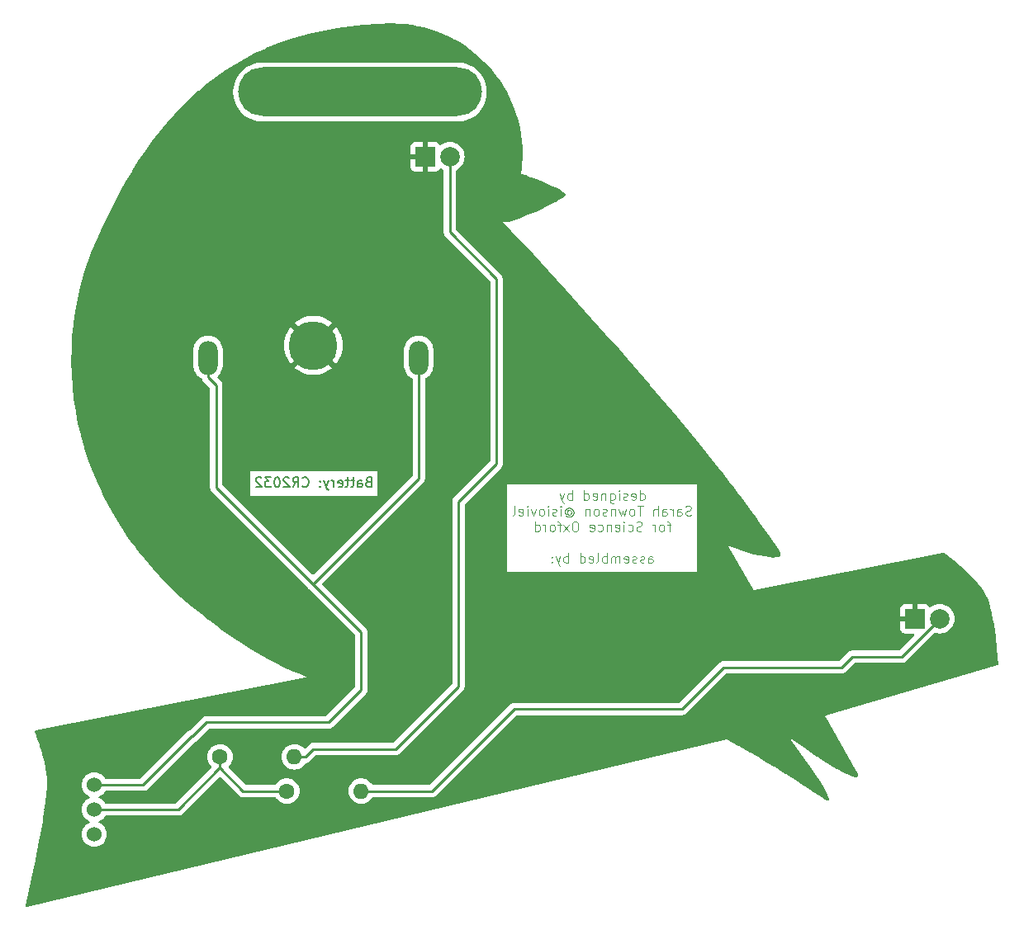
<source format=gbr>
%TF.GenerationSoftware,KiCad,Pcbnew,8.0.5*%
%TF.CreationDate,2025-02-18T12:13:13+00:00*%
%TF.ProjectId,robin,726f6269-6e2e-46b6-9963-61645f706362,v2*%
%TF.SameCoordinates,Original*%
%TF.FileFunction,Copper,L2,Bot*%
%TF.FilePolarity,Positive*%
%FSLAX46Y46*%
G04 Gerber Fmt 4.6, Leading zero omitted, Abs format (unit mm)*
G04 Created by KiCad (PCBNEW 8.0.5) date 2025-02-18 12:13:13*
%MOMM*%
%LPD*%
G01*
G04 APERTURE LIST*
%ADD10C,0.150000*%
%TA.AperFunction,NonConductor*%
%ADD11C,0.150000*%
%TD*%
%ADD12C,0.125000*%
%TA.AperFunction,NonConductor*%
%ADD13C,0.125000*%
%TD*%
%TA.AperFunction,ComponentPad*%
%ADD14R,2.000000X2.000000*%
%TD*%
%TA.AperFunction,ComponentPad*%
%ADD15C,2.000000*%
%TD*%
%TA.AperFunction,ComponentPad*%
%ADD16C,1.600000*%
%TD*%
%TA.AperFunction,ComponentPad*%
%ADD17O,1.600000X1.600000*%
%TD*%
%TA.AperFunction,ComponentPad*%
%ADD18O,2.000000X3.500000*%
%TD*%
%TA.AperFunction,SMDPad,CuDef*%
%ADD19C,5.000000*%
%TD*%
%TA.AperFunction,ComponentPad*%
%ADD20C,1.524000*%
%TD*%
%TA.AperFunction,SMDPad,CuDef*%
%ADD21O,25.000000X5.000000*%
%TD*%
%TA.AperFunction,Conductor*%
%ADD22C,0.250000*%
%TD*%
G04 APERTURE END LIST*
D10*
D11*
X139961238Y-96501809D02*
X139818381Y-96549428D01*
X139818381Y-96549428D02*
X139770762Y-96597047D01*
X139770762Y-96597047D02*
X139723143Y-96692285D01*
X139723143Y-96692285D02*
X139723143Y-96835142D01*
X139723143Y-96835142D02*
X139770762Y-96930380D01*
X139770762Y-96930380D02*
X139818381Y-96978000D01*
X139818381Y-96978000D02*
X139913619Y-97025619D01*
X139913619Y-97025619D02*
X140294571Y-97025619D01*
X140294571Y-97025619D02*
X140294571Y-96025619D01*
X140294571Y-96025619D02*
X139961238Y-96025619D01*
X139961238Y-96025619D02*
X139866000Y-96073238D01*
X139866000Y-96073238D02*
X139818381Y-96120857D01*
X139818381Y-96120857D02*
X139770762Y-96216095D01*
X139770762Y-96216095D02*
X139770762Y-96311333D01*
X139770762Y-96311333D02*
X139818381Y-96406571D01*
X139818381Y-96406571D02*
X139866000Y-96454190D01*
X139866000Y-96454190D02*
X139961238Y-96501809D01*
X139961238Y-96501809D02*
X140294571Y-96501809D01*
X138866000Y-97025619D02*
X138866000Y-96501809D01*
X138866000Y-96501809D02*
X138913619Y-96406571D01*
X138913619Y-96406571D02*
X139008857Y-96358952D01*
X139008857Y-96358952D02*
X139199333Y-96358952D01*
X139199333Y-96358952D02*
X139294571Y-96406571D01*
X138866000Y-96978000D02*
X138961238Y-97025619D01*
X138961238Y-97025619D02*
X139199333Y-97025619D01*
X139199333Y-97025619D02*
X139294571Y-96978000D01*
X139294571Y-96978000D02*
X139342190Y-96882761D01*
X139342190Y-96882761D02*
X139342190Y-96787523D01*
X139342190Y-96787523D02*
X139294571Y-96692285D01*
X139294571Y-96692285D02*
X139199333Y-96644666D01*
X139199333Y-96644666D02*
X138961238Y-96644666D01*
X138961238Y-96644666D02*
X138866000Y-96597047D01*
X138532666Y-96358952D02*
X138151714Y-96358952D01*
X138389809Y-96025619D02*
X138389809Y-96882761D01*
X138389809Y-96882761D02*
X138342190Y-96978000D01*
X138342190Y-96978000D02*
X138246952Y-97025619D01*
X138246952Y-97025619D02*
X138151714Y-97025619D01*
X137961237Y-96358952D02*
X137580285Y-96358952D01*
X137818380Y-96025619D02*
X137818380Y-96882761D01*
X137818380Y-96882761D02*
X137770761Y-96978000D01*
X137770761Y-96978000D02*
X137675523Y-97025619D01*
X137675523Y-97025619D02*
X137580285Y-97025619D01*
X136865999Y-96978000D02*
X136961237Y-97025619D01*
X136961237Y-97025619D02*
X137151713Y-97025619D01*
X137151713Y-97025619D02*
X137246951Y-96978000D01*
X137246951Y-96978000D02*
X137294570Y-96882761D01*
X137294570Y-96882761D02*
X137294570Y-96501809D01*
X137294570Y-96501809D02*
X137246951Y-96406571D01*
X137246951Y-96406571D02*
X137151713Y-96358952D01*
X137151713Y-96358952D02*
X136961237Y-96358952D01*
X136961237Y-96358952D02*
X136865999Y-96406571D01*
X136865999Y-96406571D02*
X136818380Y-96501809D01*
X136818380Y-96501809D02*
X136818380Y-96597047D01*
X136818380Y-96597047D02*
X137294570Y-96692285D01*
X136389808Y-97025619D02*
X136389808Y-96358952D01*
X136389808Y-96549428D02*
X136342189Y-96454190D01*
X136342189Y-96454190D02*
X136294570Y-96406571D01*
X136294570Y-96406571D02*
X136199332Y-96358952D01*
X136199332Y-96358952D02*
X136104094Y-96358952D01*
X135865998Y-96358952D02*
X135627903Y-97025619D01*
X135389808Y-96358952D02*
X135627903Y-97025619D01*
X135627903Y-97025619D02*
X135723141Y-97263714D01*
X135723141Y-97263714D02*
X135770760Y-97311333D01*
X135770760Y-97311333D02*
X135865998Y-97358952D01*
X135008855Y-96930380D02*
X134961236Y-96978000D01*
X134961236Y-96978000D02*
X135008855Y-97025619D01*
X135008855Y-97025619D02*
X135056474Y-96978000D01*
X135056474Y-96978000D02*
X135008855Y-96930380D01*
X135008855Y-96930380D02*
X135008855Y-97025619D01*
X135008855Y-96406571D02*
X134961236Y-96454190D01*
X134961236Y-96454190D02*
X135008855Y-96501809D01*
X135008855Y-96501809D02*
X135056474Y-96454190D01*
X135056474Y-96454190D02*
X135008855Y-96406571D01*
X135008855Y-96406571D02*
X135008855Y-96501809D01*
X133199332Y-96930380D02*
X133246951Y-96978000D01*
X133246951Y-96978000D02*
X133389808Y-97025619D01*
X133389808Y-97025619D02*
X133485046Y-97025619D01*
X133485046Y-97025619D02*
X133627903Y-96978000D01*
X133627903Y-96978000D02*
X133723141Y-96882761D01*
X133723141Y-96882761D02*
X133770760Y-96787523D01*
X133770760Y-96787523D02*
X133818379Y-96597047D01*
X133818379Y-96597047D02*
X133818379Y-96454190D01*
X133818379Y-96454190D02*
X133770760Y-96263714D01*
X133770760Y-96263714D02*
X133723141Y-96168476D01*
X133723141Y-96168476D02*
X133627903Y-96073238D01*
X133627903Y-96073238D02*
X133485046Y-96025619D01*
X133485046Y-96025619D02*
X133389808Y-96025619D01*
X133389808Y-96025619D02*
X133246951Y-96073238D01*
X133246951Y-96073238D02*
X133199332Y-96120857D01*
X132199332Y-97025619D02*
X132532665Y-96549428D01*
X132770760Y-97025619D02*
X132770760Y-96025619D01*
X132770760Y-96025619D02*
X132389808Y-96025619D01*
X132389808Y-96025619D02*
X132294570Y-96073238D01*
X132294570Y-96073238D02*
X132246951Y-96120857D01*
X132246951Y-96120857D02*
X132199332Y-96216095D01*
X132199332Y-96216095D02*
X132199332Y-96358952D01*
X132199332Y-96358952D02*
X132246951Y-96454190D01*
X132246951Y-96454190D02*
X132294570Y-96501809D01*
X132294570Y-96501809D02*
X132389808Y-96549428D01*
X132389808Y-96549428D02*
X132770760Y-96549428D01*
X131818379Y-96120857D02*
X131770760Y-96073238D01*
X131770760Y-96073238D02*
X131675522Y-96025619D01*
X131675522Y-96025619D02*
X131437427Y-96025619D01*
X131437427Y-96025619D02*
X131342189Y-96073238D01*
X131342189Y-96073238D02*
X131294570Y-96120857D01*
X131294570Y-96120857D02*
X131246951Y-96216095D01*
X131246951Y-96216095D02*
X131246951Y-96311333D01*
X131246951Y-96311333D02*
X131294570Y-96454190D01*
X131294570Y-96454190D02*
X131865998Y-97025619D01*
X131865998Y-97025619D02*
X131246951Y-97025619D01*
X130627903Y-96025619D02*
X130532665Y-96025619D01*
X130532665Y-96025619D02*
X130437427Y-96073238D01*
X130437427Y-96073238D02*
X130389808Y-96120857D01*
X130389808Y-96120857D02*
X130342189Y-96216095D01*
X130342189Y-96216095D02*
X130294570Y-96406571D01*
X130294570Y-96406571D02*
X130294570Y-96644666D01*
X130294570Y-96644666D02*
X130342189Y-96835142D01*
X130342189Y-96835142D02*
X130389808Y-96930380D01*
X130389808Y-96930380D02*
X130437427Y-96978000D01*
X130437427Y-96978000D02*
X130532665Y-97025619D01*
X130532665Y-97025619D02*
X130627903Y-97025619D01*
X130627903Y-97025619D02*
X130723141Y-96978000D01*
X130723141Y-96978000D02*
X130770760Y-96930380D01*
X130770760Y-96930380D02*
X130818379Y-96835142D01*
X130818379Y-96835142D02*
X130865998Y-96644666D01*
X130865998Y-96644666D02*
X130865998Y-96406571D01*
X130865998Y-96406571D02*
X130818379Y-96216095D01*
X130818379Y-96216095D02*
X130770760Y-96120857D01*
X130770760Y-96120857D02*
X130723141Y-96073238D01*
X130723141Y-96073238D02*
X130627903Y-96025619D01*
X129961236Y-96025619D02*
X129342189Y-96025619D01*
X129342189Y-96025619D02*
X129675522Y-96406571D01*
X129675522Y-96406571D02*
X129532665Y-96406571D01*
X129532665Y-96406571D02*
X129437427Y-96454190D01*
X129437427Y-96454190D02*
X129389808Y-96501809D01*
X129389808Y-96501809D02*
X129342189Y-96597047D01*
X129342189Y-96597047D02*
X129342189Y-96835142D01*
X129342189Y-96835142D02*
X129389808Y-96930380D01*
X129389808Y-96930380D02*
X129437427Y-96978000D01*
X129437427Y-96978000D02*
X129532665Y-97025619D01*
X129532665Y-97025619D02*
X129818379Y-97025619D01*
X129818379Y-97025619D02*
X129913617Y-96978000D01*
X129913617Y-96978000D02*
X129961236Y-96930380D01*
X128961236Y-96120857D02*
X128913617Y-96073238D01*
X128913617Y-96073238D02*
X128818379Y-96025619D01*
X128818379Y-96025619D02*
X128580284Y-96025619D01*
X128580284Y-96025619D02*
X128485046Y-96073238D01*
X128485046Y-96073238D02*
X128437427Y-96120857D01*
X128437427Y-96120857D02*
X128389808Y-96216095D01*
X128389808Y-96216095D02*
X128389808Y-96311333D01*
X128389808Y-96311333D02*
X128437427Y-96454190D01*
X128437427Y-96454190D02*
X129008855Y-97025619D01*
X129008855Y-97025619D02*
X128389808Y-97025619D01*
D12*
D13*
X167788743Y-98353631D02*
X167788743Y-97353631D01*
X167788743Y-98306012D02*
X167883981Y-98353631D01*
X167883981Y-98353631D02*
X168074457Y-98353631D01*
X168074457Y-98353631D02*
X168169695Y-98306012D01*
X168169695Y-98306012D02*
X168217314Y-98258392D01*
X168217314Y-98258392D02*
X168264933Y-98163154D01*
X168264933Y-98163154D02*
X168264933Y-97877440D01*
X168264933Y-97877440D02*
X168217314Y-97782202D01*
X168217314Y-97782202D02*
X168169695Y-97734583D01*
X168169695Y-97734583D02*
X168074457Y-97686964D01*
X168074457Y-97686964D02*
X167883981Y-97686964D01*
X167883981Y-97686964D02*
X167788743Y-97734583D01*
X166931600Y-98306012D02*
X167026838Y-98353631D01*
X167026838Y-98353631D02*
X167217314Y-98353631D01*
X167217314Y-98353631D02*
X167312552Y-98306012D01*
X167312552Y-98306012D02*
X167360171Y-98210773D01*
X167360171Y-98210773D02*
X167360171Y-97829821D01*
X167360171Y-97829821D02*
X167312552Y-97734583D01*
X167312552Y-97734583D02*
X167217314Y-97686964D01*
X167217314Y-97686964D02*
X167026838Y-97686964D01*
X167026838Y-97686964D02*
X166931600Y-97734583D01*
X166931600Y-97734583D02*
X166883981Y-97829821D01*
X166883981Y-97829821D02*
X166883981Y-97925059D01*
X166883981Y-97925059D02*
X167360171Y-98020297D01*
X166503028Y-98306012D02*
X166407790Y-98353631D01*
X166407790Y-98353631D02*
X166217314Y-98353631D01*
X166217314Y-98353631D02*
X166122076Y-98306012D01*
X166122076Y-98306012D02*
X166074457Y-98210773D01*
X166074457Y-98210773D02*
X166074457Y-98163154D01*
X166074457Y-98163154D02*
X166122076Y-98067916D01*
X166122076Y-98067916D02*
X166217314Y-98020297D01*
X166217314Y-98020297D02*
X166360171Y-98020297D01*
X166360171Y-98020297D02*
X166455409Y-97972678D01*
X166455409Y-97972678D02*
X166503028Y-97877440D01*
X166503028Y-97877440D02*
X166503028Y-97829821D01*
X166503028Y-97829821D02*
X166455409Y-97734583D01*
X166455409Y-97734583D02*
X166360171Y-97686964D01*
X166360171Y-97686964D02*
X166217314Y-97686964D01*
X166217314Y-97686964D02*
X166122076Y-97734583D01*
X165645885Y-98353631D02*
X165645885Y-97686964D01*
X165645885Y-97353631D02*
X165693504Y-97401250D01*
X165693504Y-97401250D02*
X165645885Y-97448869D01*
X165645885Y-97448869D02*
X165598266Y-97401250D01*
X165598266Y-97401250D02*
X165645885Y-97353631D01*
X165645885Y-97353631D02*
X165645885Y-97448869D01*
X164741124Y-97686964D02*
X164741124Y-98496488D01*
X164741124Y-98496488D02*
X164788743Y-98591726D01*
X164788743Y-98591726D02*
X164836362Y-98639345D01*
X164836362Y-98639345D02*
X164931600Y-98686964D01*
X164931600Y-98686964D02*
X165074457Y-98686964D01*
X165074457Y-98686964D02*
X165169695Y-98639345D01*
X164741124Y-98306012D02*
X164836362Y-98353631D01*
X164836362Y-98353631D02*
X165026838Y-98353631D01*
X165026838Y-98353631D02*
X165122076Y-98306012D01*
X165122076Y-98306012D02*
X165169695Y-98258392D01*
X165169695Y-98258392D02*
X165217314Y-98163154D01*
X165217314Y-98163154D02*
X165217314Y-97877440D01*
X165217314Y-97877440D02*
X165169695Y-97782202D01*
X165169695Y-97782202D02*
X165122076Y-97734583D01*
X165122076Y-97734583D02*
X165026838Y-97686964D01*
X165026838Y-97686964D02*
X164836362Y-97686964D01*
X164836362Y-97686964D02*
X164741124Y-97734583D01*
X164264933Y-97686964D02*
X164264933Y-98353631D01*
X164264933Y-97782202D02*
X164217314Y-97734583D01*
X164217314Y-97734583D02*
X164122076Y-97686964D01*
X164122076Y-97686964D02*
X163979219Y-97686964D01*
X163979219Y-97686964D02*
X163883981Y-97734583D01*
X163883981Y-97734583D02*
X163836362Y-97829821D01*
X163836362Y-97829821D02*
X163836362Y-98353631D01*
X162979219Y-98306012D02*
X163074457Y-98353631D01*
X163074457Y-98353631D02*
X163264933Y-98353631D01*
X163264933Y-98353631D02*
X163360171Y-98306012D01*
X163360171Y-98306012D02*
X163407790Y-98210773D01*
X163407790Y-98210773D02*
X163407790Y-97829821D01*
X163407790Y-97829821D02*
X163360171Y-97734583D01*
X163360171Y-97734583D02*
X163264933Y-97686964D01*
X163264933Y-97686964D02*
X163074457Y-97686964D01*
X163074457Y-97686964D02*
X162979219Y-97734583D01*
X162979219Y-97734583D02*
X162931600Y-97829821D01*
X162931600Y-97829821D02*
X162931600Y-97925059D01*
X162931600Y-97925059D02*
X163407790Y-98020297D01*
X162074457Y-98353631D02*
X162074457Y-97353631D01*
X162074457Y-98306012D02*
X162169695Y-98353631D01*
X162169695Y-98353631D02*
X162360171Y-98353631D01*
X162360171Y-98353631D02*
X162455409Y-98306012D01*
X162455409Y-98306012D02*
X162503028Y-98258392D01*
X162503028Y-98258392D02*
X162550647Y-98163154D01*
X162550647Y-98163154D02*
X162550647Y-97877440D01*
X162550647Y-97877440D02*
X162503028Y-97782202D01*
X162503028Y-97782202D02*
X162455409Y-97734583D01*
X162455409Y-97734583D02*
X162360171Y-97686964D01*
X162360171Y-97686964D02*
X162169695Y-97686964D01*
X162169695Y-97686964D02*
X162074457Y-97734583D01*
X160836361Y-98353631D02*
X160836361Y-97353631D01*
X160836361Y-97734583D02*
X160741123Y-97686964D01*
X160741123Y-97686964D02*
X160550647Y-97686964D01*
X160550647Y-97686964D02*
X160455409Y-97734583D01*
X160455409Y-97734583D02*
X160407790Y-97782202D01*
X160407790Y-97782202D02*
X160360171Y-97877440D01*
X160360171Y-97877440D02*
X160360171Y-98163154D01*
X160360171Y-98163154D02*
X160407790Y-98258392D01*
X160407790Y-98258392D02*
X160455409Y-98306012D01*
X160455409Y-98306012D02*
X160550647Y-98353631D01*
X160550647Y-98353631D02*
X160741123Y-98353631D01*
X160741123Y-98353631D02*
X160836361Y-98306012D01*
X160026837Y-97686964D02*
X159788742Y-98353631D01*
X159550647Y-97686964D02*
X159788742Y-98353631D01*
X159788742Y-98353631D02*
X159883980Y-98591726D01*
X159883980Y-98591726D02*
X159931599Y-98639345D01*
X159931599Y-98639345D02*
X160026837Y-98686964D01*
X173050647Y-99915956D02*
X172907790Y-99963575D01*
X172907790Y-99963575D02*
X172669695Y-99963575D01*
X172669695Y-99963575D02*
X172574457Y-99915956D01*
X172574457Y-99915956D02*
X172526838Y-99868336D01*
X172526838Y-99868336D02*
X172479219Y-99773098D01*
X172479219Y-99773098D02*
X172479219Y-99677860D01*
X172479219Y-99677860D02*
X172526838Y-99582622D01*
X172526838Y-99582622D02*
X172574457Y-99535003D01*
X172574457Y-99535003D02*
X172669695Y-99487384D01*
X172669695Y-99487384D02*
X172860171Y-99439765D01*
X172860171Y-99439765D02*
X172955409Y-99392146D01*
X172955409Y-99392146D02*
X173003028Y-99344527D01*
X173003028Y-99344527D02*
X173050647Y-99249289D01*
X173050647Y-99249289D02*
X173050647Y-99154051D01*
X173050647Y-99154051D02*
X173003028Y-99058813D01*
X173003028Y-99058813D02*
X172955409Y-99011194D01*
X172955409Y-99011194D02*
X172860171Y-98963575D01*
X172860171Y-98963575D02*
X172622076Y-98963575D01*
X172622076Y-98963575D02*
X172479219Y-99011194D01*
X171622076Y-99963575D02*
X171622076Y-99439765D01*
X171622076Y-99439765D02*
X171669695Y-99344527D01*
X171669695Y-99344527D02*
X171764933Y-99296908D01*
X171764933Y-99296908D02*
X171955409Y-99296908D01*
X171955409Y-99296908D02*
X172050647Y-99344527D01*
X171622076Y-99915956D02*
X171717314Y-99963575D01*
X171717314Y-99963575D02*
X171955409Y-99963575D01*
X171955409Y-99963575D02*
X172050647Y-99915956D01*
X172050647Y-99915956D02*
X172098266Y-99820717D01*
X172098266Y-99820717D02*
X172098266Y-99725479D01*
X172098266Y-99725479D02*
X172050647Y-99630241D01*
X172050647Y-99630241D02*
X171955409Y-99582622D01*
X171955409Y-99582622D02*
X171717314Y-99582622D01*
X171717314Y-99582622D02*
X171622076Y-99535003D01*
X171145885Y-99963575D02*
X171145885Y-99296908D01*
X171145885Y-99487384D02*
X171098266Y-99392146D01*
X171098266Y-99392146D02*
X171050647Y-99344527D01*
X171050647Y-99344527D02*
X170955409Y-99296908D01*
X170955409Y-99296908D02*
X170860171Y-99296908D01*
X170098266Y-99963575D02*
X170098266Y-99439765D01*
X170098266Y-99439765D02*
X170145885Y-99344527D01*
X170145885Y-99344527D02*
X170241123Y-99296908D01*
X170241123Y-99296908D02*
X170431599Y-99296908D01*
X170431599Y-99296908D02*
X170526837Y-99344527D01*
X170098266Y-99915956D02*
X170193504Y-99963575D01*
X170193504Y-99963575D02*
X170431599Y-99963575D01*
X170431599Y-99963575D02*
X170526837Y-99915956D01*
X170526837Y-99915956D02*
X170574456Y-99820717D01*
X170574456Y-99820717D02*
X170574456Y-99725479D01*
X170574456Y-99725479D02*
X170526837Y-99630241D01*
X170526837Y-99630241D02*
X170431599Y-99582622D01*
X170431599Y-99582622D02*
X170193504Y-99582622D01*
X170193504Y-99582622D02*
X170098266Y-99535003D01*
X169622075Y-99963575D02*
X169622075Y-98963575D01*
X169193504Y-99963575D02*
X169193504Y-99439765D01*
X169193504Y-99439765D02*
X169241123Y-99344527D01*
X169241123Y-99344527D02*
X169336361Y-99296908D01*
X169336361Y-99296908D02*
X169479218Y-99296908D01*
X169479218Y-99296908D02*
X169574456Y-99344527D01*
X169574456Y-99344527D02*
X169622075Y-99392146D01*
X168098265Y-98963575D02*
X167526837Y-98963575D01*
X167812551Y-99963575D02*
X167812551Y-98963575D01*
X167050646Y-99963575D02*
X167145884Y-99915956D01*
X167145884Y-99915956D02*
X167193503Y-99868336D01*
X167193503Y-99868336D02*
X167241122Y-99773098D01*
X167241122Y-99773098D02*
X167241122Y-99487384D01*
X167241122Y-99487384D02*
X167193503Y-99392146D01*
X167193503Y-99392146D02*
X167145884Y-99344527D01*
X167145884Y-99344527D02*
X167050646Y-99296908D01*
X167050646Y-99296908D02*
X166907789Y-99296908D01*
X166907789Y-99296908D02*
X166812551Y-99344527D01*
X166812551Y-99344527D02*
X166764932Y-99392146D01*
X166764932Y-99392146D02*
X166717313Y-99487384D01*
X166717313Y-99487384D02*
X166717313Y-99773098D01*
X166717313Y-99773098D02*
X166764932Y-99868336D01*
X166764932Y-99868336D02*
X166812551Y-99915956D01*
X166812551Y-99915956D02*
X166907789Y-99963575D01*
X166907789Y-99963575D02*
X167050646Y-99963575D01*
X166383979Y-99296908D02*
X166193503Y-99963575D01*
X166193503Y-99963575D02*
X166003027Y-99487384D01*
X166003027Y-99487384D02*
X165812551Y-99963575D01*
X165812551Y-99963575D02*
X165622075Y-99296908D01*
X165241122Y-99296908D02*
X165241122Y-99963575D01*
X165241122Y-99392146D02*
X165193503Y-99344527D01*
X165193503Y-99344527D02*
X165098265Y-99296908D01*
X165098265Y-99296908D02*
X164955408Y-99296908D01*
X164955408Y-99296908D02*
X164860170Y-99344527D01*
X164860170Y-99344527D02*
X164812551Y-99439765D01*
X164812551Y-99439765D02*
X164812551Y-99963575D01*
X164383979Y-99915956D02*
X164288741Y-99963575D01*
X164288741Y-99963575D02*
X164098265Y-99963575D01*
X164098265Y-99963575D02*
X164003027Y-99915956D01*
X164003027Y-99915956D02*
X163955408Y-99820717D01*
X163955408Y-99820717D02*
X163955408Y-99773098D01*
X163955408Y-99773098D02*
X164003027Y-99677860D01*
X164003027Y-99677860D02*
X164098265Y-99630241D01*
X164098265Y-99630241D02*
X164241122Y-99630241D01*
X164241122Y-99630241D02*
X164336360Y-99582622D01*
X164336360Y-99582622D02*
X164383979Y-99487384D01*
X164383979Y-99487384D02*
X164383979Y-99439765D01*
X164383979Y-99439765D02*
X164336360Y-99344527D01*
X164336360Y-99344527D02*
X164241122Y-99296908D01*
X164241122Y-99296908D02*
X164098265Y-99296908D01*
X164098265Y-99296908D02*
X164003027Y-99344527D01*
X163383979Y-99963575D02*
X163479217Y-99915956D01*
X163479217Y-99915956D02*
X163526836Y-99868336D01*
X163526836Y-99868336D02*
X163574455Y-99773098D01*
X163574455Y-99773098D02*
X163574455Y-99487384D01*
X163574455Y-99487384D02*
X163526836Y-99392146D01*
X163526836Y-99392146D02*
X163479217Y-99344527D01*
X163479217Y-99344527D02*
X163383979Y-99296908D01*
X163383979Y-99296908D02*
X163241122Y-99296908D01*
X163241122Y-99296908D02*
X163145884Y-99344527D01*
X163145884Y-99344527D02*
X163098265Y-99392146D01*
X163098265Y-99392146D02*
X163050646Y-99487384D01*
X163050646Y-99487384D02*
X163050646Y-99773098D01*
X163050646Y-99773098D02*
X163098265Y-99868336D01*
X163098265Y-99868336D02*
X163145884Y-99915956D01*
X163145884Y-99915956D02*
X163241122Y-99963575D01*
X163241122Y-99963575D02*
X163383979Y-99963575D01*
X162622074Y-99296908D02*
X162622074Y-99963575D01*
X162622074Y-99392146D02*
X162574455Y-99344527D01*
X162574455Y-99344527D02*
X162479217Y-99296908D01*
X162479217Y-99296908D02*
X162336360Y-99296908D01*
X162336360Y-99296908D02*
X162241122Y-99344527D01*
X162241122Y-99344527D02*
X162193503Y-99439765D01*
X162193503Y-99439765D02*
X162193503Y-99963575D01*
X160336360Y-99487384D02*
X160383979Y-99439765D01*
X160383979Y-99439765D02*
X160479217Y-99392146D01*
X160479217Y-99392146D02*
X160574455Y-99392146D01*
X160574455Y-99392146D02*
X160669693Y-99439765D01*
X160669693Y-99439765D02*
X160717312Y-99487384D01*
X160717312Y-99487384D02*
X160764931Y-99582622D01*
X160764931Y-99582622D02*
X160764931Y-99677860D01*
X160764931Y-99677860D02*
X160717312Y-99773098D01*
X160717312Y-99773098D02*
X160669693Y-99820717D01*
X160669693Y-99820717D02*
X160574455Y-99868336D01*
X160574455Y-99868336D02*
X160479217Y-99868336D01*
X160479217Y-99868336D02*
X160383979Y-99820717D01*
X160383979Y-99820717D02*
X160336360Y-99773098D01*
X160336360Y-99392146D02*
X160336360Y-99773098D01*
X160336360Y-99773098D02*
X160288741Y-99820717D01*
X160288741Y-99820717D02*
X160241122Y-99820717D01*
X160241122Y-99820717D02*
X160145883Y-99773098D01*
X160145883Y-99773098D02*
X160098264Y-99677860D01*
X160098264Y-99677860D02*
X160098264Y-99439765D01*
X160098264Y-99439765D02*
X160193503Y-99296908D01*
X160193503Y-99296908D02*
X160336360Y-99201670D01*
X160336360Y-99201670D02*
X160526836Y-99154051D01*
X160526836Y-99154051D02*
X160717312Y-99201670D01*
X160717312Y-99201670D02*
X160860169Y-99296908D01*
X160860169Y-99296908D02*
X160955407Y-99439765D01*
X160955407Y-99439765D02*
X161003026Y-99630241D01*
X161003026Y-99630241D02*
X160955407Y-99820717D01*
X160955407Y-99820717D02*
X160860169Y-99963575D01*
X160860169Y-99963575D02*
X160717312Y-100058813D01*
X160717312Y-100058813D02*
X160526836Y-100106432D01*
X160526836Y-100106432D02*
X160336360Y-100058813D01*
X160336360Y-100058813D02*
X160193503Y-99963575D01*
X159669693Y-99963575D02*
X159669693Y-99296908D01*
X159669693Y-98963575D02*
X159717312Y-99011194D01*
X159717312Y-99011194D02*
X159669693Y-99058813D01*
X159669693Y-99058813D02*
X159622074Y-99011194D01*
X159622074Y-99011194D02*
X159669693Y-98963575D01*
X159669693Y-98963575D02*
X159669693Y-99058813D01*
X159241122Y-99915956D02*
X159145884Y-99963575D01*
X159145884Y-99963575D02*
X158955408Y-99963575D01*
X158955408Y-99963575D02*
X158860170Y-99915956D01*
X158860170Y-99915956D02*
X158812551Y-99820717D01*
X158812551Y-99820717D02*
X158812551Y-99773098D01*
X158812551Y-99773098D02*
X158860170Y-99677860D01*
X158860170Y-99677860D02*
X158955408Y-99630241D01*
X158955408Y-99630241D02*
X159098265Y-99630241D01*
X159098265Y-99630241D02*
X159193503Y-99582622D01*
X159193503Y-99582622D02*
X159241122Y-99487384D01*
X159241122Y-99487384D02*
X159241122Y-99439765D01*
X159241122Y-99439765D02*
X159193503Y-99344527D01*
X159193503Y-99344527D02*
X159098265Y-99296908D01*
X159098265Y-99296908D02*
X158955408Y-99296908D01*
X158955408Y-99296908D02*
X158860170Y-99344527D01*
X158383979Y-99963575D02*
X158383979Y-99296908D01*
X158383979Y-98963575D02*
X158431598Y-99011194D01*
X158431598Y-99011194D02*
X158383979Y-99058813D01*
X158383979Y-99058813D02*
X158336360Y-99011194D01*
X158336360Y-99011194D02*
X158383979Y-98963575D01*
X158383979Y-98963575D02*
X158383979Y-99058813D01*
X157764932Y-99963575D02*
X157860170Y-99915956D01*
X157860170Y-99915956D02*
X157907789Y-99868336D01*
X157907789Y-99868336D02*
X157955408Y-99773098D01*
X157955408Y-99773098D02*
X157955408Y-99487384D01*
X157955408Y-99487384D02*
X157907789Y-99392146D01*
X157907789Y-99392146D02*
X157860170Y-99344527D01*
X157860170Y-99344527D02*
X157764932Y-99296908D01*
X157764932Y-99296908D02*
X157622075Y-99296908D01*
X157622075Y-99296908D02*
X157526837Y-99344527D01*
X157526837Y-99344527D02*
X157479218Y-99392146D01*
X157479218Y-99392146D02*
X157431599Y-99487384D01*
X157431599Y-99487384D02*
X157431599Y-99773098D01*
X157431599Y-99773098D02*
X157479218Y-99868336D01*
X157479218Y-99868336D02*
X157526837Y-99915956D01*
X157526837Y-99915956D02*
X157622075Y-99963575D01*
X157622075Y-99963575D02*
X157764932Y-99963575D01*
X157098265Y-99296908D02*
X156860170Y-99963575D01*
X156860170Y-99963575D02*
X156622075Y-99296908D01*
X156241122Y-99963575D02*
X156241122Y-99296908D01*
X156241122Y-98963575D02*
X156288741Y-99011194D01*
X156288741Y-99011194D02*
X156241122Y-99058813D01*
X156241122Y-99058813D02*
X156193503Y-99011194D01*
X156193503Y-99011194D02*
X156241122Y-98963575D01*
X156241122Y-98963575D02*
X156241122Y-99058813D01*
X155383980Y-99915956D02*
X155479218Y-99963575D01*
X155479218Y-99963575D02*
X155669694Y-99963575D01*
X155669694Y-99963575D02*
X155764932Y-99915956D01*
X155764932Y-99915956D02*
X155812551Y-99820717D01*
X155812551Y-99820717D02*
X155812551Y-99439765D01*
X155812551Y-99439765D02*
X155764932Y-99344527D01*
X155764932Y-99344527D02*
X155669694Y-99296908D01*
X155669694Y-99296908D02*
X155479218Y-99296908D01*
X155479218Y-99296908D02*
X155383980Y-99344527D01*
X155383980Y-99344527D02*
X155336361Y-99439765D01*
X155336361Y-99439765D02*
X155336361Y-99535003D01*
X155336361Y-99535003D02*
X155812551Y-99630241D01*
X154764932Y-99963575D02*
X154860170Y-99915956D01*
X154860170Y-99915956D02*
X154907789Y-99820717D01*
X154907789Y-99820717D02*
X154907789Y-98963575D01*
X170955410Y-100906852D02*
X170574458Y-100906852D01*
X170812553Y-101573519D02*
X170812553Y-100716376D01*
X170812553Y-100716376D02*
X170764934Y-100621138D01*
X170764934Y-100621138D02*
X170669696Y-100573519D01*
X170669696Y-100573519D02*
X170574458Y-100573519D01*
X170098267Y-101573519D02*
X170193505Y-101525900D01*
X170193505Y-101525900D02*
X170241124Y-101478280D01*
X170241124Y-101478280D02*
X170288743Y-101383042D01*
X170288743Y-101383042D02*
X170288743Y-101097328D01*
X170288743Y-101097328D02*
X170241124Y-101002090D01*
X170241124Y-101002090D02*
X170193505Y-100954471D01*
X170193505Y-100954471D02*
X170098267Y-100906852D01*
X170098267Y-100906852D02*
X169955410Y-100906852D01*
X169955410Y-100906852D02*
X169860172Y-100954471D01*
X169860172Y-100954471D02*
X169812553Y-101002090D01*
X169812553Y-101002090D02*
X169764934Y-101097328D01*
X169764934Y-101097328D02*
X169764934Y-101383042D01*
X169764934Y-101383042D02*
X169812553Y-101478280D01*
X169812553Y-101478280D02*
X169860172Y-101525900D01*
X169860172Y-101525900D02*
X169955410Y-101573519D01*
X169955410Y-101573519D02*
X170098267Y-101573519D01*
X169336362Y-101573519D02*
X169336362Y-100906852D01*
X169336362Y-101097328D02*
X169288743Y-101002090D01*
X169288743Y-101002090D02*
X169241124Y-100954471D01*
X169241124Y-100954471D02*
X169145886Y-100906852D01*
X169145886Y-100906852D02*
X169050648Y-100906852D01*
X168003028Y-101525900D02*
X167860171Y-101573519D01*
X167860171Y-101573519D02*
X167622076Y-101573519D01*
X167622076Y-101573519D02*
X167526838Y-101525900D01*
X167526838Y-101525900D02*
X167479219Y-101478280D01*
X167479219Y-101478280D02*
X167431600Y-101383042D01*
X167431600Y-101383042D02*
X167431600Y-101287804D01*
X167431600Y-101287804D02*
X167479219Y-101192566D01*
X167479219Y-101192566D02*
X167526838Y-101144947D01*
X167526838Y-101144947D02*
X167622076Y-101097328D01*
X167622076Y-101097328D02*
X167812552Y-101049709D01*
X167812552Y-101049709D02*
X167907790Y-101002090D01*
X167907790Y-101002090D02*
X167955409Y-100954471D01*
X167955409Y-100954471D02*
X168003028Y-100859233D01*
X168003028Y-100859233D02*
X168003028Y-100763995D01*
X168003028Y-100763995D02*
X167955409Y-100668757D01*
X167955409Y-100668757D02*
X167907790Y-100621138D01*
X167907790Y-100621138D02*
X167812552Y-100573519D01*
X167812552Y-100573519D02*
X167574457Y-100573519D01*
X167574457Y-100573519D02*
X167431600Y-100621138D01*
X166574457Y-101525900D02*
X166669695Y-101573519D01*
X166669695Y-101573519D02*
X166860171Y-101573519D01*
X166860171Y-101573519D02*
X166955409Y-101525900D01*
X166955409Y-101525900D02*
X167003028Y-101478280D01*
X167003028Y-101478280D02*
X167050647Y-101383042D01*
X167050647Y-101383042D02*
X167050647Y-101097328D01*
X167050647Y-101097328D02*
X167003028Y-101002090D01*
X167003028Y-101002090D02*
X166955409Y-100954471D01*
X166955409Y-100954471D02*
X166860171Y-100906852D01*
X166860171Y-100906852D02*
X166669695Y-100906852D01*
X166669695Y-100906852D02*
X166574457Y-100954471D01*
X166145885Y-101573519D02*
X166145885Y-100906852D01*
X166145885Y-100573519D02*
X166193504Y-100621138D01*
X166193504Y-100621138D02*
X166145885Y-100668757D01*
X166145885Y-100668757D02*
X166098266Y-100621138D01*
X166098266Y-100621138D02*
X166145885Y-100573519D01*
X166145885Y-100573519D02*
X166145885Y-100668757D01*
X165288743Y-101525900D02*
X165383981Y-101573519D01*
X165383981Y-101573519D02*
X165574457Y-101573519D01*
X165574457Y-101573519D02*
X165669695Y-101525900D01*
X165669695Y-101525900D02*
X165717314Y-101430661D01*
X165717314Y-101430661D02*
X165717314Y-101049709D01*
X165717314Y-101049709D02*
X165669695Y-100954471D01*
X165669695Y-100954471D02*
X165574457Y-100906852D01*
X165574457Y-100906852D02*
X165383981Y-100906852D01*
X165383981Y-100906852D02*
X165288743Y-100954471D01*
X165288743Y-100954471D02*
X165241124Y-101049709D01*
X165241124Y-101049709D02*
X165241124Y-101144947D01*
X165241124Y-101144947D02*
X165717314Y-101240185D01*
X164812552Y-100906852D02*
X164812552Y-101573519D01*
X164812552Y-101002090D02*
X164764933Y-100954471D01*
X164764933Y-100954471D02*
X164669695Y-100906852D01*
X164669695Y-100906852D02*
X164526838Y-100906852D01*
X164526838Y-100906852D02*
X164431600Y-100954471D01*
X164431600Y-100954471D02*
X164383981Y-101049709D01*
X164383981Y-101049709D02*
X164383981Y-101573519D01*
X163479219Y-101525900D02*
X163574457Y-101573519D01*
X163574457Y-101573519D02*
X163764933Y-101573519D01*
X163764933Y-101573519D02*
X163860171Y-101525900D01*
X163860171Y-101525900D02*
X163907790Y-101478280D01*
X163907790Y-101478280D02*
X163955409Y-101383042D01*
X163955409Y-101383042D02*
X163955409Y-101097328D01*
X163955409Y-101097328D02*
X163907790Y-101002090D01*
X163907790Y-101002090D02*
X163860171Y-100954471D01*
X163860171Y-100954471D02*
X163764933Y-100906852D01*
X163764933Y-100906852D02*
X163574457Y-100906852D01*
X163574457Y-100906852D02*
X163479219Y-100954471D01*
X162669695Y-101525900D02*
X162764933Y-101573519D01*
X162764933Y-101573519D02*
X162955409Y-101573519D01*
X162955409Y-101573519D02*
X163050647Y-101525900D01*
X163050647Y-101525900D02*
X163098266Y-101430661D01*
X163098266Y-101430661D02*
X163098266Y-101049709D01*
X163098266Y-101049709D02*
X163050647Y-100954471D01*
X163050647Y-100954471D02*
X162955409Y-100906852D01*
X162955409Y-100906852D02*
X162764933Y-100906852D01*
X162764933Y-100906852D02*
X162669695Y-100954471D01*
X162669695Y-100954471D02*
X162622076Y-101049709D01*
X162622076Y-101049709D02*
X162622076Y-101144947D01*
X162622076Y-101144947D02*
X163098266Y-101240185D01*
X161241123Y-100573519D02*
X161050647Y-100573519D01*
X161050647Y-100573519D02*
X160955409Y-100621138D01*
X160955409Y-100621138D02*
X160860171Y-100716376D01*
X160860171Y-100716376D02*
X160812552Y-100906852D01*
X160812552Y-100906852D02*
X160812552Y-101240185D01*
X160812552Y-101240185D02*
X160860171Y-101430661D01*
X160860171Y-101430661D02*
X160955409Y-101525900D01*
X160955409Y-101525900D02*
X161050647Y-101573519D01*
X161050647Y-101573519D02*
X161241123Y-101573519D01*
X161241123Y-101573519D02*
X161336361Y-101525900D01*
X161336361Y-101525900D02*
X161431599Y-101430661D01*
X161431599Y-101430661D02*
X161479218Y-101240185D01*
X161479218Y-101240185D02*
X161479218Y-100906852D01*
X161479218Y-100906852D02*
X161431599Y-100716376D01*
X161431599Y-100716376D02*
X161336361Y-100621138D01*
X161336361Y-100621138D02*
X161241123Y-100573519D01*
X160479218Y-101573519D02*
X159955409Y-100906852D01*
X160479218Y-100906852D02*
X159955409Y-101573519D01*
X159717313Y-100906852D02*
X159336361Y-100906852D01*
X159574456Y-101573519D02*
X159574456Y-100716376D01*
X159574456Y-100716376D02*
X159526837Y-100621138D01*
X159526837Y-100621138D02*
X159431599Y-100573519D01*
X159431599Y-100573519D02*
X159336361Y-100573519D01*
X158860170Y-101573519D02*
X158955408Y-101525900D01*
X158955408Y-101525900D02*
X159003027Y-101478280D01*
X159003027Y-101478280D02*
X159050646Y-101383042D01*
X159050646Y-101383042D02*
X159050646Y-101097328D01*
X159050646Y-101097328D02*
X159003027Y-101002090D01*
X159003027Y-101002090D02*
X158955408Y-100954471D01*
X158955408Y-100954471D02*
X158860170Y-100906852D01*
X158860170Y-100906852D02*
X158717313Y-100906852D01*
X158717313Y-100906852D02*
X158622075Y-100954471D01*
X158622075Y-100954471D02*
X158574456Y-101002090D01*
X158574456Y-101002090D02*
X158526837Y-101097328D01*
X158526837Y-101097328D02*
X158526837Y-101383042D01*
X158526837Y-101383042D02*
X158574456Y-101478280D01*
X158574456Y-101478280D02*
X158622075Y-101525900D01*
X158622075Y-101525900D02*
X158717313Y-101573519D01*
X158717313Y-101573519D02*
X158860170Y-101573519D01*
X158098265Y-101573519D02*
X158098265Y-100906852D01*
X158098265Y-101097328D02*
X158050646Y-101002090D01*
X158050646Y-101002090D02*
X158003027Y-100954471D01*
X158003027Y-100954471D02*
X157907789Y-100906852D01*
X157907789Y-100906852D02*
X157812551Y-100906852D01*
X157050646Y-101573519D02*
X157050646Y-100573519D01*
X157050646Y-101525900D02*
X157145884Y-101573519D01*
X157145884Y-101573519D02*
X157336360Y-101573519D01*
X157336360Y-101573519D02*
X157431598Y-101525900D01*
X157431598Y-101525900D02*
X157479217Y-101478280D01*
X157479217Y-101478280D02*
X157526836Y-101383042D01*
X157526836Y-101383042D02*
X157526836Y-101097328D01*
X157526836Y-101097328D02*
X157479217Y-101002090D01*
X157479217Y-101002090D02*
X157431598Y-100954471D01*
X157431598Y-100954471D02*
X157336360Y-100906852D01*
X157336360Y-100906852D02*
X157145884Y-100906852D01*
X157145884Y-100906852D02*
X157050646Y-100954471D01*
X168669695Y-104793407D02*
X168669695Y-104269597D01*
X168669695Y-104269597D02*
X168717314Y-104174359D01*
X168717314Y-104174359D02*
X168812552Y-104126740D01*
X168812552Y-104126740D02*
X169003028Y-104126740D01*
X169003028Y-104126740D02*
X169098266Y-104174359D01*
X168669695Y-104745788D02*
X168764933Y-104793407D01*
X168764933Y-104793407D02*
X169003028Y-104793407D01*
X169003028Y-104793407D02*
X169098266Y-104745788D01*
X169098266Y-104745788D02*
X169145885Y-104650549D01*
X169145885Y-104650549D02*
X169145885Y-104555311D01*
X169145885Y-104555311D02*
X169098266Y-104460073D01*
X169098266Y-104460073D02*
X169003028Y-104412454D01*
X169003028Y-104412454D02*
X168764933Y-104412454D01*
X168764933Y-104412454D02*
X168669695Y-104364835D01*
X168241123Y-104745788D02*
X168145885Y-104793407D01*
X168145885Y-104793407D02*
X167955409Y-104793407D01*
X167955409Y-104793407D02*
X167860171Y-104745788D01*
X167860171Y-104745788D02*
X167812552Y-104650549D01*
X167812552Y-104650549D02*
X167812552Y-104602930D01*
X167812552Y-104602930D02*
X167860171Y-104507692D01*
X167860171Y-104507692D02*
X167955409Y-104460073D01*
X167955409Y-104460073D02*
X168098266Y-104460073D01*
X168098266Y-104460073D02*
X168193504Y-104412454D01*
X168193504Y-104412454D02*
X168241123Y-104317216D01*
X168241123Y-104317216D02*
X168241123Y-104269597D01*
X168241123Y-104269597D02*
X168193504Y-104174359D01*
X168193504Y-104174359D02*
X168098266Y-104126740D01*
X168098266Y-104126740D02*
X167955409Y-104126740D01*
X167955409Y-104126740D02*
X167860171Y-104174359D01*
X167431599Y-104745788D02*
X167336361Y-104793407D01*
X167336361Y-104793407D02*
X167145885Y-104793407D01*
X167145885Y-104793407D02*
X167050647Y-104745788D01*
X167050647Y-104745788D02*
X167003028Y-104650549D01*
X167003028Y-104650549D02*
X167003028Y-104602930D01*
X167003028Y-104602930D02*
X167050647Y-104507692D01*
X167050647Y-104507692D02*
X167145885Y-104460073D01*
X167145885Y-104460073D02*
X167288742Y-104460073D01*
X167288742Y-104460073D02*
X167383980Y-104412454D01*
X167383980Y-104412454D02*
X167431599Y-104317216D01*
X167431599Y-104317216D02*
X167431599Y-104269597D01*
X167431599Y-104269597D02*
X167383980Y-104174359D01*
X167383980Y-104174359D02*
X167288742Y-104126740D01*
X167288742Y-104126740D02*
X167145885Y-104126740D01*
X167145885Y-104126740D02*
X167050647Y-104174359D01*
X166193504Y-104745788D02*
X166288742Y-104793407D01*
X166288742Y-104793407D02*
X166479218Y-104793407D01*
X166479218Y-104793407D02*
X166574456Y-104745788D01*
X166574456Y-104745788D02*
X166622075Y-104650549D01*
X166622075Y-104650549D02*
X166622075Y-104269597D01*
X166622075Y-104269597D02*
X166574456Y-104174359D01*
X166574456Y-104174359D02*
X166479218Y-104126740D01*
X166479218Y-104126740D02*
X166288742Y-104126740D01*
X166288742Y-104126740D02*
X166193504Y-104174359D01*
X166193504Y-104174359D02*
X166145885Y-104269597D01*
X166145885Y-104269597D02*
X166145885Y-104364835D01*
X166145885Y-104364835D02*
X166622075Y-104460073D01*
X165717313Y-104793407D02*
X165717313Y-104126740D01*
X165717313Y-104221978D02*
X165669694Y-104174359D01*
X165669694Y-104174359D02*
X165574456Y-104126740D01*
X165574456Y-104126740D02*
X165431599Y-104126740D01*
X165431599Y-104126740D02*
X165336361Y-104174359D01*
X165336361Y-104174359D02*
X165288742Y-104269597D01*
X165288742Y-104269597D02*
X165288742Y-104793407D01*
X165288742Y-104269597D02*
X165241123Y-104174359D01*
X165241123Y-104174359D02*
X165145885Y-104126740D01*
X165145885Y-104126740D02*
X165003028Y-104126740D01*
X165003028Y-104126740D02*
X164907789Y-104174359D01*
X164907789Y-104174359D02*
X164860170Y-104269597D01*
X164860170Y-104269597D02*
X164860170Y-104793407D01*
X164383980Y-104793407D02*
X164383980Y-103793407D01*
X164383980Y-104174359D02*
X164288742Y-104126740D01*
X164288742Y-104126740D02*
X164098266Y-104126740D01*
X164098266Y-104126740D02*
X164003028Y-104174359D01*
X164003028Y-104174359D02*
X163955409Y-104221978D01*
X163955409Y-104221978D02*
X163907790Y-104317216D01*
X163907790Y-104317216D02*
X163907790Y-104602930D01*
X163907790Y-104602930D02*
X163955409Y-104698168D01*
X163955409Y-104698168D02*
X164003028Y-104745788D01*
X164003028Y-104745788D02*
X164098266Y-104793407D01*
X164098266Y-104793407D02*
X164288742Y-104793407D01*
X164288742Y-104793407D02*
X164383980Y-104745788D01*
X163336361Y-104793407D02*
X163431599Y-104745788D01*
X163431599Y-104745788D02*
X163479218Y-104650549D01*
X163479218Y-104650549D02*
X163479218Y-103793407D01*
X162574456Y-104745788D02*
X162669694Y-104793407D01*
X162669694Y-104793407D02*
X162860170Y-104793407D01*
X162860170Y-104793407D02*
X162955408Y-104745788D01*
X162955408Y-104745788D02*
X163003027Y-104650549D01*
X163003027Y-104650549D02*
X163003027Y-104269597D01*
X163003027Y-104269597D02*
X162955408Y-104174359D01*
X162955408Y-104174359D02*
X162860170Y-104126740D01*
X162860170Y-104126740D02*
X162669694Y-104126740D01*
X162669694Y-104126740D02*
X162574456Y-104174359D01*
X162574456Y-104174359D02*
X162526837Y-104269597D01*
X162526837Y-104269597D02*
X162526837Y-104364835D01*
X162526837Y-104364835D02*
X163003027Y-104460073D01*
X161669694Y-104793407D02*
X161669694Y-103793407D01*
X161669694Y-104745788D02*
X161764932Y-104793407D01*
X161764932Y-104793407D02*
X161955408Y-104793407D01*
X161955408Y-104793407D02*
X162050646Y-104745788D01*
X162050646Y-104745788D02*
X162098265Y-104698168D01*
X162098265Y-104698168D02*
X162145884Y-104602930D01*
X162145884Y-104602930D02*
X162145884Y-104317216D01*
X162145884Y-104317216D02*
X162098265Y-104221978D01*
X162098265Y-104221978D02*
X162050646Y-104174359D01*
X162050646Y-104174359D02*
X161955408Y-104126740D01*
X161955408Y-104126740D02*
X161764932Y-104126740D01*
X161764932Y-104126740D02*
X161669694Y-104174359D01*
X160431598Y-104793407D02*
X160431598Y-103793407D01*
X160431598Y-104174359D02*
X160336360Y-104126740D01*
X160336360Y-104126740D02*
X160145884Y-104126740D01*
X160145884Y-104126740D02*
X160050646Y-104174359D01*
X160050646Y-104174359D02*
X160003027Y-104221978D01*
X160003027Y-104221978D02*
X159955408Y-104317216D01*
X159955408Y-104317216D02*
X159955408Y-104602930D01*
X159955408Y-104602930D02*
X160003027Y-104698168D01*
X160003027Y-104698168D02*
X160050646Y-104745788D01*
X160050646Y-104745788D02*
X160145884Y-104793407D01*
X160145884Y-104793407D02*
X160336360Y-104793407D01*
X160336360Y-104793407D02*
X160431598Y-104745788D01*
X159622074Y-104126740D02*
X159383979Y-104793407D01*
X159145884Y-104126740D02*
X159383979Y-104793407D01*
X159383979Y-104793407D02*
X159479217Y-105031502D01*
X159479217Y-105031502D02*
X159526836Y-105079121D01*
X159526836Y-105079121D02*
X159622074Y-105126740D01*
X158764931Y-104698168D02*
X158717312Y-104745788D01*
X158717312Y-104745788D02*
X158764931Y-104793407D01*
X158764931Y-104793407D02*
X158812550Y-104745788D01*
X158812550Y-104745788D02*
X158764931Y-104698168D01*
X158764931Y-104698168D02*
X158764931Y-104793407D01*
X158764931Y-104174359D02*
X158717312Y-104221978D01*
X158717312Y-104221978D02*
X158764931Y-104269597D01*
X158764931Y-104269597D02*
X158812550Y-104221978D01*
X158812550Y-104221978D02*
X158764931Y-104174359D01*
X158764931Y-104174359D02*
X158764931Y-104269597D01*
D14*
%TO.P,LED1,1*%
%TO.N,GND*%
X145770600Y-63144400D03*
D15*
%TO.P,LED1,2*%
%TO.N,Net-(D1-Pad2)*%
X148310600Y-63144400D03*
%TD*%
D14*
%TO.P,LED2,1*%
%TO.N,GND*%
X195986400Y-110540800D03*
D15*
%TO.P,LED2,2*%
%TO.N,Net-(D2-Pad2)*%
X198526400Y-110540800D03*
%TD*%
D16*
%TO.P,Resistor 1,1*%
%TO.N,Net-(R1-Pad1)*%
X124739400Y-124714000D03*
D17*
%TO.P,Resistor 1,2*%
%TO.N,Net-(D1-Pad2)*%
X132359400Y-124714000D03*
%TD*%
D16*
%TO.P,Resistor 2,1*%
%TO.N,Net-(R1-Pad1)*%
X131597400Y-128219200D03*
D17*
%TO.P,Resistor 2,2*%
%TO.N,Net-(D2-Pad2)*%
X139217400Y-128219200D03*
%TD*%
D18*
%TO.P,BAT1,1*%
%TO.N,Net-(BAT1-Pad1)*%
X145110200Y-83769200D03*
%TO.P,BAT1,2*%
X123510200Y-83769200D03*
D19*
%TO.P,BAT1,3*%
%TO.N,GND*%
X134310200Y-82499200D03*
%TD*%
D20*
%TO.P,Switch,1*%
%TO.N,Net-(BAT1-Pad1)*%
X111836200Y-127584200D03*
%TO.P,Switch,2*%
%TO.N,Net-(R1-Pad1)*%
X111836200Y-130124200D03*
%TO.P,Switch,3*%
%TO.N,N/C*%
X111836200Y-132664200D03*
%TD*%
D21*
%TO.P,wire hanging pad,1*%
%TO.N,N/C*%
X139082780Y-56504840D03*
%TD*%
D22*
%TO.N,Net-(BAT1-Pad1)*%
X121818400Y-122605800D02*
X121920000Y-122605800D01*
X123510200Y-85769200D02*
X124358400Y-86617400D01*
X139217400Y-111937800D02*
X134264400Y-106984800D01*
X139217400Y-117830600D02*
X139217400Y-111937800D01*
X145110200Y-96139000D02*
X134264400Y-106984800D01*
X121920000Y-122605800D02*
X123342400Y-121183400D01*
X123510200Y-83769200D02*
X123510200Y-85769200D01*
X135864600Y-121183400D02*
X139217400Y-117830600D01*
X111836200Y-127584200D02*
X116840000Y-127584200D01*
X124358400Y-97078800D02*
X134264400Y-106984800D01*
X124358400Y-86617400D02*
X124358400Y-97078800D01*
X116840000Y-127584200D02*
X121818400Y-122605800D01*
X145110200Y-83769200D02*
X145110200Y-96139000D01*
X123342400Y-121183400D02*
X135864600Y-121183400D01*
%TO.N,Net-(D1-Pad2)*%
X133490770Y-124714000D02*
X134303570Y-123901200D01*
X153085800Y-75666600D02*
X148310600Y-70891400D01*
X134303570Y-123901200D02*
X142748000Y-123901200D01*
X153085800Y-94640400D02*
X153085800Y-75666600D01*
X149174200Y-117475000D02*
X149174200Y-98552000D01*
X142748000Y-123901200D02*
X149174200Y-117475000D01*
X132359400Y-124714000D02*
X133490770Y-124714000D01*
X148310600Y-70891400D02*
X148310600Y-63144400D01*
X149174200Y-98552000D02*
X153085800Y-94640400D01*
%TO.N,Net-(D2-Pad2)*%
X139217400Y-128219200D02*
X146481800Y-128219200D01*
X176377600Y-115519200D02*
X188468000Y-115519200D01*
X154889200Y-119811800D02*
X172085000Y-119811800D01*
X172085000Y-119811800D02*
X176377600Y-115519200D01*
X188468000Y-115519200D02*
X189534800Y-114452400D01*
X146481800Y-128219200D02*
X154889200Y-119811800D01*
X194614800Y-114452400D02*
X198526400Y-110540800D01*
X189534800Y-114452400D02*
X194614800Y-114452400D01*
%TO.N,Net-(R1-Pad1)*%
X124739400Y-125845370D02*
X127113230Y-128219200D01*
X130466030Y-128219200D02*
X131597400Y-128219200D01*
X124739400Y-124714000D02*
X124739400Y-125845370D01*
X112913830Y-130124200D02*
X111836200Y-130124200D01*
X124739400Y-125845370D02*
X120460570Y-130124200D01*
X127113230Y-128219200D02*
X130466030Y-128219200D01*
X120460570Y-130124200D02*
X112913830Y-130124200D01*
%TD*%
%TA.AperFunction,Conductor*%
%TO.N,GND*%
G36*
X143049391Y-49488052D02*
G01*
X143055723Y-49488373D01*
X143729718Y-49539635D01*
X143736042Y-49540276D01*
X144400338Y-49624698D01*
X144406557Y-49625647D01*
X145060081Y-49742387D01*
X145066237Y-49743647D01*
X145708373Y-49891860D01*
X145714405Y-49893412D01*
X146344217Y-50072280D01*
X146350170Y-50074132D01*
X146966698Y-50282802D01*
X146972506Y-50284928D01*
X147575249Y-50522581D01*
X147580929Y-50524983D01*
X148168792Y-50790800D01*
X148174289Y-50793449D01*
X148493350Y-50956880D01*
X148746555Y-51086579D01*
X148751924Y-51089495D01*
X148846269Y-51143748D01*
X149307757Y-51409128D01*
X149312930Y-51412272D01*
X149851373Y-51757543D01*
X149856371Y-51760920D01*
X150376790Y-52131027D01*
X150381630Y-52134647D01*
X150882978Y-52528718D01*
X150887616Y-52532546D01*
X151369256Y-52949797D01*
X151373694Y-52953830D01*
X151834711Y-53393390D01*
X151838942Y-53397621D01*
X152278442Y-53858657D01*
X152282478Y-53863098D01*
X152645942Y-54282746D01*
X152699670Y-54344779D01*
X152703505Y-54349427D01*
X152819428Y-54496974D01*
X153097488Y-54850887D01*
X153101095Y-54855711D01*
X153237306Y-55047279D01*
X153471188Y-55376210D01*
X153474572Y-55381221D01*
X153637871Y-55635972D01*
X153819793Y-55919777D01*
X153822941Y-55924958D01*
X154142576Y-56480743D01*
X154145502Y-56486130D01*
X154438583Y-57058475D01*
X154441248Y-57064007D01*
X154706998Y-57651953D01*
X154709402Y-57657638D01*
X154947028Y-58260388D01*
X154949162Y-58266222D01*
X155136228Y-58819189D01*
X155157760Y-58882836D01*
X155159611Y-58888786D01*
X155338512Y-59518643D01*
X155340082Y-59524749D01*
X155488204Y-60166869D01*
X155489465Y-60173038D01*
X155606202Y-60826695D01*
X155607161Y-60832969D01*
X155691544Y-61497264D01*
X155692184Y-61503577D01*
X155743503Y-62177643D01*
X155743827Y-62184023D01*
X155761117Y-62867862D01*
X155761134Y-62873459D01*
X155751771Y-63362448D01*
X155751594Y-63367135D01*
X155724064Y-63854992D01*
X155723715Y-63859643D01*
X155678212Y-64345458D01*
X155677707Y-64349968D01*
X155616782Y-64818136D01*
X155610793Y-64843413D01*
X155609926Y-64845893D01*
X155610246Y-64851519D01*
X155610244Y-64851551D01*
X155610256Y-64851582D01*
X155611724Y-64857028D01*
X155613321Y-64859103D01*
X155626961Y-64881218D01*
X155628098Y-64883577D01*
X155632293Y-64887321D01*
X155632322Y-64887353D01*
X155632362Y-64887371D01*
X155637239Y-64890177D01*
X155637240Y-64890178D01*
X155639832Y-64890515D01*
X155665119Y-64896507D01*
X156115643Y-65053877D01*
X156405473Y-65155116D01*
X156408537Y-65156231D01*
X156633158Y-65241273D01*
X157187836Y-65451277D01*
X157190646Y-65452380D01*
X157955053Y-65763574D01*
X157958173Y-65764894D01*
X158482376Y-65995131D01*
X158668760Y-66076993D01*
X158672755Y-66078831D01*
X159290105Y-66376135D01*
X159296142Y-66379247D01*
X159644355Y-66570839D01*
X159781436Y-66646263D01*
X159789026Y-66650793D01*
X159950741Y-66755173D01*
X159964631Y-66764138D01*
X159973188Y-66770179D01*
X160096842Y-66865454D01*
X160111297Y-66878491D01*
X160156329Y-66925909D01*
X160188734Y-66989077D01*
X160181843Y-67059738D01*
X160169071Y-67083649D01*
X160168287Y-67084799D01*
X160149462Y-67106576D01*
X159991663Y-67251668D01*
X159978779Y-67262039D01*
X159707766Y-67452309D01*
X159700778Y-67456877D01*
X159335499Y-67678744D01*
X159330995Y-67681354D01*
X158890945Y-67924345D01*
X158887715Y-67926068D01*
X158391141Y-68181733D01*
X158387335Y-68183612D01*
X157285808Y-68704581D01*
X157281351Y-68706584D01*
X156147610Y-69189929D01*
X156143864Y-69191456D01*
X155606925Y-69400265D01*
X155603730Y-69401458D01*
X155107137Y-69579259D01*
X155102747Y-69580739D01*
X154874760Y-69652986D01*
X154664654Y-69719566D01*
X154657888Y-69721504D01*
X154297261Y-69813974D01*
X154284833Y-69816501D01*
X154021129Y-69856441D01*
X154001900Y-69857861D01*
X153928528Y-69857651D01*
X153902981Y-69854959D01*
X153881324Y-69850408D01*
X153856245Y-69842324D01*
X153855321Y-69841915D01*
X153855320Y-69841914D01*
X153855318Y-69841914D01*
X153850604Y-69841801D01*
X153827723Y-69839146D01*
X153823113Y-69838177D01*
X153822111Y-69838366D01*
X153818060Y-69838694D01*
X153814442Y-69840548D01*
X153813497Y-69840912D01*
X153810077Y-69844173D01*
X153792030Y-69858466D01*
X153788078Y-69861045D01*
X153787500Y-69861892D01*
X153784874Y-69864980D01*
X153783631Y-69868838D01*
X153783214Y-69869778D01*
X153783102Y-69874489D01*
X153780447Y-69897374D01*
X153779478Y-69901986D01*
X153779664Y-69902976D01*
X153779993Y-69907037D01*
X153781850Y-69910661D01*
X153782214Y-69911604D01*
X153785461Y-69915010D01*
X153799770Y-69933075D01*
X153802345Y-69937020D01*
X153803171Y-69937585D01*
X153823254Y-69954657D01*
X154611320Y-70781396D01*
X154611964Y-70782076D01*
X156842420Y-73157079D01*
X156843000Y-73157702D01*
X158388879Y-74826215D01*
X158389347Y-74826723D01*
X160169178Y-76768993D01*
X160169695Y-76769560D01*
X162143403Y-78949896D01*
X162143985Y-78950544D01*
X163582958Y-80562424D01*
X164211598Y-81266602D01*
X164271090Y-81333242D01*
X164271727Y-81333961D01*
X165650507Y-82902724D01*
X166512557Y-83883557D01*
X166513295Y-83884404D01*
X168818581Y-86555003D01*
X168827491Y-86565324D01*
X168828290Y-86566260D01*
X171083812Y-89234015D01*
X171175947Y-89342989D01*
X171176913Y-89344146D01*
X173517873Y-92181103D01*
X173518995Y-92182482D01*
X175813345Y-95044272D01*
X175814291Y-95045468D01*
X176313045Y-95683523D01*
X176930861Y-96473894D01*
X176931577Y-96474819D01*
X177442576Y-97141196D01*
X177975321Y-97835932D01*
X178021797Y-97896539D01*
X178022578Y-97897569D01*
X179080853Y-99307339D01*
X179081707Y-99308489D01*
X179609724Y-100028789D01*
X180103463Y-100702328D01*
X180104333Y-100703530D01*
X181084117Y-102076786D01*
X181085016Y-102078065D01*
X182015727Y-103422835D01*
X182019889Y-103429258D01*
X182126427Y-103605134D01*
X182134447Y-103620731D01*
X182193512Y-103758410D01*
X182201142Y-103782737D01*
X182221342Y-103881090D01*
X182223434Y-103917473D01*
X182218137Y-103977727D01*
X182205990Y-104021679D01*
X182187424Y-104059958D01*
X182160446Y-104096692D01*
X182121564Y-104133315D01*
X182092363Y-104153868D01*
X182018462Y-104191512D01*
X181995168Y-104200594D01*
X181883064Y-104231906D01*
X181866190Y-104235396D01*
X181720125Y-104255311D01*
X181708014Y-104256370D01*
X181535505Y-104263099D01*
X181523131Y-104262974D01*
X181101003Y-104237928D01*
X181090458Y-104236855D01*
X180603958Y-104166602D01*
X180597229Y-104165444D01*
X180067787Y-104059437D01*
X180063109Y-104058407D01*
X179513974Y-103926567D01*
X179510605Y-103925709D01*
X178964760Y-103778618D01*
X178961188Y-103777599D01*
X177963559Y-103476957D01*
X177959715Y-103475731D01*
X176993913Y-103150605D01*
X176983960Y-103145265D01*
X176955729Y-103137532D01*
X176948828Y-103135428D01*
X176933787Y-103130365D01*
X176933786Y-103130365D01*
X176933435Y-103130247D01*
X176930987Y-103130484D01*
X176916894Y-103138516D01*
X176910528Y-103141907D01*
X176895982Y-103149126D01*
X176894417Y-103151028D01*
X176890128Y-103166683D01*
X176888024Y-103173581D01*
X176882847Y-103188961D01*
X176883084Y-103191410D01*
X176891111Y-103205493D01*
X176894507Y-103211870D01*
X176907528Y-103238107D01*
X176914681Y-103246849D01*
X179360817Y-107538603D01*
X179370344Y-107564241D01*
X179378413Y-107576391D01*
X179385483Y-107581878D01*
X179385484Y-107581880D01*
X179385485Y-107581880D01*
X179389947Y-107585343D01*
X179402647Y-107591162D01*
X179408180Y-107592279D01*
X179408182Y-107592280D01*
X179408183Y-107592279D01*
X179416953Y-107594050D01*
X179425831Y-107592931D01*
X179425833Y-107592932D01*
X179425834Y-107592931D01*
X179431433Y-107592226D01*
X179457062Y-107582702D01*
X198868012Y-103779385D01*
X198938706Y-103785916D01*
X198967510Y-103801989D01*
X199430551Y-104146923D01*
X199433310Y-104149038D01*
X199670308Y-104336129D01*
X199992532Y-104590498D01*
X199995476Y-104592895D01*
X200668149Y-105157626D01*
X200671925Y-105160927D01*
X201394017Y-105817879D01*
X201397482Y-105821155D01*
X201755378Y-106172728D01*
X201758210Y-106175602D01*
X202104594Y-106538580D01*
X202107924Y-106542209D01*
X202433941Y-106911747D01*
X202437808Y-106916346D01*
X202735375Y-107287939D01*
X202739926Y-107293987D01*
X203000757Y-107663123D01*
X203006012Y-107671199D01*
X203221896Y-108032451D01*
X203228068Y-108044126D01*
X203405371Y-108426890D01*
X203409629Y-108437272D01*
X203572699Y-108891457D01*
X203575132Y-108898964D01*
X203723763Y-109411848D01*
X203725253Y-109417474D01*
X203859264Y-109975048D01*
X203860226Y-109979383D01*
X203979926Y-110567974D01*
X203980572Y-110571391D01*
X204086378Y-111176774D01*
X204086998Y-111180685D01*
X204259921Y-112393744D01*
X204260412Y-112397620D01*
X204385183Y-113521254D01*
X204385469Y-113524122D01*
X204467348Y-114455169D01*
X204467535Y-114457561D01*
X204517705Y-115186968D01*
X204502425Y-115256301D01*
X204452086Y-115306366D01*
X204427756Y-115316435D01*
X186872121Y-120511596D01*
X186852128Y-120515785D01*
X186841165Y-120517167D01*
X186840718Y-120517422D01*
X186814096Y-120528768D01*
X186813612Y-120528911D01*
X186808694Y-120532890D01*
X186804819Y-120537884D01*
X186804686Y-120538372D01*
X186793883Y-120565225D01*
X186793639Y-120565672D01*
X186792976Y-120571964D01*
X186793767Y-120578232D01*
X186794013Y-120578664D01*
X186805367Y-120605302D01*
X186805510Y-120605786D01*
X186812453Y-120614364D01*
X186823981Y-120631241D01*
X189913157Y-126051029D01*
X189915723Y-126055764D01*
X190038947Y-126295193D01*
X190045151Y-126309309D01*
X190109501Y-126484046D01*
X190115970Y-126509579D01*
X190130915Y-126613060D01*
X190128809Y-126660141D01*
X190122172Y-126688131D01*
X190086993Y-126749799D01*
X190031570Y-126780929D01*
X189987591Y-126792476D01*
X189950124Y-126796488D01*
X189839664Y-126791689D01*
X189818805Y-126789027D01*
X189654872Y-126753999D01*
X189642445Y-126750671D01*
X189523467Y-126712207D01*
X189437656Y-126684465D01*
X189429719Y-126681602D01*
X189192982Y-126587137D01*
X189185426Y-126583831D01*
X188627962Y-126317880D01*
X188621882Y-126314775D01*
X188022012Y-125987591D01*
X187988158Y-125969126D01*
X187984393Y-125966988D01*
X187301425Y-125563408D01*
X187298844Y-125561841D01*
X186594690Y-125122639D01*
X186592849Y-125121468D01*
X186007298Y-124742003D01*
X185895405Y-124669490D01*
X185893501Y-124668232D01*
X185699776Y-124537579D01*
X184624713Y-123812528D01*
X184622638Y-123811098D01*
X183372444Y-122931069D01*
X183352954Y-122911944D01*
X183340415Y-122904328D01*
X183331663Y-122902364D01*
X183331662Y-122902364D01*
X183326100Y-122901116D01*
X183312269Y-122901246D01*
X183298025Y-122904724D01*
X183285629Y-122912579D01*
X183275943Y-122922448D01*
X183268325Y-122934989D01*
X183265116Y-122949298D01*
X183265246Y-122963130D01*
X183268726Y-122977380D01*
X183276584Y-122989780D01*
X183296074Y-123008905D01*
X184164054Y-124193843D01*
X184165204Y-124195438D01*
X185014011Y-125392967D01*
X185015533Y-125395164D01*
X185232582Y-125715580D01*
X185907714Y-126712240D01*
X185909466Y-126714898D01*
X186161859Y-127109089D01*
X186317076Y-127351510D01*
X186318899Y-127354446D01*
X186672534Y-127941624D01*
X186675279Y-127946416D01*
X186952353Y-128455709D01*
X186956824Y-128464775D01*
X187135850Y-128867825D01*
X187141139Y-128881959D01*
X187154600Y-128925760D01*
X187183472Y-129019711D01*
X187184349Y-129022563D01*
X187188655Y-129041853D01*
X187195461Y-129089756D01*
X187185240Y-129160013D01*
X187138658Y-129213591D01*
X187070504Y-129233480D01*
X187033983Y-129228007D01*
X186984455Y-129212913D01*
X186963998Y-129204660D01*
X186803645Y-129122983D01*
X186793055Y-129116927D01*
X186572283Y-128976052D01*
X186569538Y-128974249D01*
X185332141Y-128138495D01*
X185329879Y-128136241D01*
X185311667Y-128124314D01*
X185295194Y-128113526D01*
X185293782Y-128112586D01*
X185259492Y-128089426D01*
X185256531Y-128088205D01*
X184063911Y-127307171D01*
X184061689Y-127305019D01*
X184026659Y-127282759D01*
X184025211Y-127281825D01*
X183990465Y-127259073D01*
X183987586Y-127257932D01*
X182806394Y-126507392D01*
X182804189Y-126505313D01*
X182768731Y-126483447D01*
X182767295Y-126482548D01*
X182732194Y-126460245D01*
X182729354Y-126459165D01*
X181561535Y-125739012D01*
X181559377Y-125737032D01*
X181523559Y-125715580D01*
X181522170Y-125714736D01*
X181486618Y-125692815D01*
X181483861Y-125691808D01*
X180331289Y-125001576D01*
X180329149Y-124999662D01*
X180292936Y-124978595D01*
X180291564Y-124977785D01*
X180255690Y-124956303D01*
X180252978Y-124955353D01*
X179885301Y-124741473D01*
X179117543Y-124294863D01*
X179115451Y-124293039D01*
X179096163Y-124282134D01*
X179078877Y-124272360D01*
X179077592Y-124271624D01*
X179041314Y-124250521D01*
X179038680Y-124249634D01*
X177922545Y-123618608D01*
X177920483Y-123616853D01*
X177883498Y-123596523D01*
X177882265Y-123595835D01*
X177864945Y-123586044D01*
X177845665Y-123575144D01*
X177843081Y-123574308D01*
X176711972Y-122952604D01*
X176706725Y-122949553D01*
X176692284Y-122940684D01*
X176690142Y-122940395D01*
X176673878Y-122945121D01*
X176668015Y-122946673D01*
X104959751Y-140086830D01*
X104888847Y-140083212D01*
X104831154Y-140041835D01*
X104804990Y-139975836D01*
X104807505Y-139936747D01*
X105057107Y-138822439D01*
X105057826Y-138820805D01*
X105062747Y-138798001D01*
X105062748Y-138798001D01*
X105067034Y-138778136D01*
X105067217Y-138777309D01*
X105076728Y-138734851D01*
X105076762Y-138733062D01*
X105391256Y-137275918D01*
X105392034Y-137274105D01*
X105396706Y-137251513D01*
X105396708Y-137251512D01*
X105400853Y-137231468D01*
X105400964Y-137230939D01*
X105405267Y-137211007D01*
X105405266Y-137211005D01*
X105410118Y-137188525D01*
X105410141Y-137186553D01*
X105780306Y-135396694D01*
X105781340Y-135394217D01*
X105785606Y-135372274D01*
X105785608Y-135372274D01*
X105789424Y-135352648D01*
X105789690Y-135351324D01*
X105793720Y-135331843D01*
X105793719Y-135331842D01*
X105798229Y-135310039D01*
X105798234Y-135307353D01*
X106179040Y-133349359D01*
X106180458Y-133345813D01*
X106184138Y-133324987D01*
X106184139Y-133324987D01*
X106187522Y-133305837D01*
X106187900Y-133303805D01*
X106191615Y-133284708D01*
X106191614Y-133284707D01*
X106195639Y-133264015D01*
X106195590Y-133260185D01*
X106223828Y-133100399D01*
X106542118Y-131299326D01*
X106543585Y-131295457D01*
X106546818Y-131274920D01*
X106546820Y-131274920D01*
X106549823Y-131255847D01*
X106550193Y-131253638D01*
X106557170Y-131214167D01*
X106557042Y-131210016D01*
X106696529Y-130324411D01*
X106697841Y-130320753D01*
X106700751Y-130299900D01*
X106700753Y-130299899D01*
X106703448Y-130280583D01*
X106703733Y-130278667D01*
X106706770Y-130259393D01*
X106706769Y-130259392D01*
X106710043Y-130238612D01*
X106709851Y-130234718D01*
X106824944Y-129410235D01*
X106826603Y-129405285D01*
X106831004Y-129367090D01*
X106831377Y-129364157D01*
X106833987Y-129345464D01*
X106833986Y-129345463D01*
X106836701Y-129326019D01*
X106836337Y-129320809D01*
X106922030Y-128577216D01*
X106924145Y-128570232D01*
X106925543Y-128552790D01*
X106925545Y-128552790D01*
X106926975Y-128534954D01*
X106927390Y-128530709D01*
X106929443Y-128512901D01*
X106929442Y-128512900D01*
X106931444Y-128495537D01*
X106930721Y-128488264D01*
X106982317Y-127845171D01*
X106985255Y-127833440D01*
X106985754Y-127805388D01*
X106986138Y-127797547D01*
X106986220Y-127796529D01*
X106987371Y-127782188D01*
X106987370Y-127782187D01*
X106988379Y-127769617D01*
X106986604Y-127757655D01*
X106989692Y-127584200D01*
X110560847Y-127584200D01*
X110580222Y-127805663D01*
X110608718Y-127912011D01*
X110637759Y-128020393D01*
X110637761Y-128020399D01*
X110731711Y-128221875D01*
X110731712Y-128221877D01*
X110859216Y-128403972D01*
X110859220Y-128403977D01*
X110859223Y-128403981D01*
X111016419Y-128561177D01*
X111016423Y-128561180D01*
X111016427Y-128561183D01*
X111120324Y-128633932D01*
X111198523Y-128688688D01*
X111308573Y-128740005D01*
X111361858Y-128786922D01*
X111381319Y-128855199D01*
X111360777Y-128923159D01*
X111308573Y-128968395D01*
X111198523Y-129019712D01*
X111016422Y-129147220D01*
X111016416Y-129147225D01*
X110859225Y-129304416D01*
X110859220Y-129304422D01*
X110731712Y-129486523D01*
X110637761Y-129688001D01*
X110637760Y-129688004D01*
X110580222Y-129902737D01*
X110560847Y-130124200D01*
X110580222Y-130345663D01*
X110626473Y-130518274D01*
X110637759Y-130560393D01*
X110637761Y-130560399D01*
X110731711Y-130761875D01*
X110731712Y-130761877D01*
X110859216Y-130943972D01*
X110859220Y-130943977D01*
X110859223Y-130943981D01*
X111016419Y-131101177D01*
X111016423Y-131101180D01*
X111016427Y-131101183D01*
X111120324Y-131173932D01*
X111198523Y-131228688D01*
X111297668Y-131274920D01*
X111308573Y-131280005D01*
X111361858Y-131326922D01*
X111381319Y-131395199D01*
X111360777Y-131463159D01*
X111308573Y-131508395D01*
X111198523Y-131559712D01*
X111016422Y-131687220D01*
X111016416Y-131687225D01*
X110859225Y-131844416D01*
X110859220Y-131844422D01*
X110731712Y-132026523D01*
X110731712Y-132026524D01*
X110637760Y-132228004D01*
X110580222Y-132442737D01*
X110560847Y-132664200D01*
X110580222Y-132885663D01*
X110626473Y-133058274D01*
X110637759Y-133100393D01*
X110637761Y-133100399D01*
X110731711Y-133301875D01*
X110731712Y-133301877D01*
X110859216Y-133483972D01*
X110859220Y-133483977D01*
X110859223Y-133483981D01*
X111016419Y-133641177D01*
X111016423Y-133641180D01*
X111016427Y-133641183D01*
X111120324Y-133713932D01*
X111198523Y-133768688D01*
X111400004Y-133862640D01*
X111614737Y-133920178D01*
X111836200Y-133939553D01*
X112057663Y-133920178D01*
X112272396Y-133862640D01*
X112473877Y-133768688D01*
X112655981Y-133641177D01*
X112813177Y-133483981D01*
X112940688Y-133301877D01*
X113034640Y-133100396D01*
X113092178Y-132885663D01*
X113111553Y-132664200D01*
X113092178Y-132442737D01*
X113034640Y-132228004D01*
X112940688Y-132026524D01*
X112813177Y-131844419D01*
X112655981Y-131687223D01*
X112655977Y-131687220D01*
X112655972Y-131687216D01*
X112473877Y-131559712D01*
X112473875Y-131559711D01*
X112363827Y-131508395D01*
X112310542Y-131461478D01*
X112291081Y-131393201D01*
X112311623Y-131325241D01*
X112363827Y-131280005D01*
X112374732Y-131274920D01*
X112473877Y-131228688D01*
X112655981Y-131101177D01*
X112813177Y-130943981D01*
X112859768Y-130877441D01*
X112905992Y-130811429D01*
X112961450Y-130767101D01*
X113009205Y-130757700D01*
X120522963Y-130757700D01*
X120522964Y-130757700D01*
X120645355Y-130733355D01*
X120760645Y-130685600D01*
X120864403Y-130616271D01*
X124650304Y-126830368D01*
X124712616Y-126796344D01*
X124783431Y-126801408D01*
X124828494Y-126830369D01*
X126709397Y-128711272D01*
X126813155Y-128780601D01*
X126894677Y-128814368D01*
X126928445Y-128828355D01*
X127050836Y-128852700D01*
X127050837Y-128852700D01*
X127175624Y-128852700D01*
X130378006Y-128852700D01*
X130446127Y-128872702D01*
X130481219Y-128906429D01*
X130580327Y-129047969D01*
X130591202Y-129063500D01*
X130753100Y-129225398D01*
X130940651Y-129356723D01*
X131148157Y-129453484D01*
X131369313Y-129512743D01*
X131597400Y-129532698D01*
X131825487Y-129512743D01*
X132046643Y-129453484D01*
X132254149Y-129356723D01*
X132441700Y-129225398D01*
X132603598Y-129063500D01*
X132734923Y-128875949D01*
X132831684Y-128668443D01*
X132890943Y-128447287D01*
X132910898Y-128219200D01*
X137903902Y-128219200D01*
X137920067Y-128403972D01*
X137923857Y-128447286D01*
X137983115Y-128668440D01*
X137983117Y-128668446D01*
X138079877Y-128875949D01*
X138196044Y-129041853D01*
X138211202Y-129063500D01*
X138373100Y-129225398D01*
X138560651Y-129356723D01*
X138768157Y-129453484D01*
X138989313Y-129512743D01*
X139217400Y-129532698D01*
X139445487Y-129512743D01*
X139666643Y-129453484D01*
X139874149Y-129356723D01*
X140061700Y-129225398D01*
X140223598Y-129063500D01*
X140333581Y-128906429D01*
X140389038Y-128862101D01*
X140436794Y-128852700D01*
X146544193Y-128852700D01*
X146544194Y-128852700D01*
X146666585Y-128828355D01*
X146781875Y-128780600D01*
X146885633Y-128711271D01*
X155114699Y-120482205D01*
X155177011Y-120448179D01*
X155203794Y-120445300D01*
X172147393Y-120445300D01*
X172147394Y-120445300D01*
X172269785Y-120420955D01*
X172385075Y-120373200D01*
X172488833Y-120303871D01*
X176603099Y-116189605D01*
X176665411Y-116155579D01*
X176692194Y-116152700D01*
X188530393Y-116152700D01*
X188530394Y-116152700D01*
X188652785Y-116128355D01*
X188768075Y-116080600D01*
X188871833Y-116011271D01*
X189760299Y-115122805D01*
X189822611Y-115088779D01*
X189849394Y-115085900D01*
X194677193Y-115085900D01*
X194677194Y-115085900D01*
X194799585Y-115061555D01*
X194914875Y-115013800D01*
X195018633Y-114944471D01*
X197947942Y-112015161D01*
X198010252Y-111981137D01*
X198066444Y-111981738D01*
X198289689Y-112035335D01*
X198526400Y-112053965D01*
X198763111Y-112035335D01*
X198993994Y-111979905D01*
X199213363Y-111889040D01*
X199415816Y-111764976D01*
X199596369Y-111610769D01*
X199750576Y-111430216D01*
X199874640Y-111227763D01*
X199965505Y-111008394D01*
X200020935Y-110777511D01*
X200039565Y-110540800D01*
X200020935Y-110304089D01*
X199965505Y-110073206D01*
X199874640Y-109853837D01*
X199750576Y-109651384D01*
X199614622Y-109492202D01*
X199596369Y-109470830D01*
X199415819Y-109316626D01*
X199415817Y-109316625D01*
X199415816Y-109316624D01*
X199213363Y-109192560D01*
X199177959Y-109177895D01*
X198993992Y-109101694D01*
X198836051Y-109063776D01*
X198763111Y-109046265D01*
X198526400Y-109027635D01*
X198289689Y-109046265D01*
X198058807Y-109101694D01*
X197839438Y-109192559D01*
X197636982Y-109316625D01*
X197626635Y-109325462D01*
X197561843Y-109354490D01*
X197491644Y-109343881D01*
X197443229Y-109301316D01*
X197442247Y-109302052D01*
X197438745Y-109297374D01*
X197438324Y-109297004D01*
X197437795Y-109296105D01*
X197349304Y-109177895D01*
X197232365Y-109090355D01*
X197095493Y-109039305D01*
X197034997Y-109032800D01*
X196240400Y-109032800D01*
X196240400Y-110110097D01*
X196179393Y-110074875D01*
X196052226Y-110040800D01*
X195920574Y-110040800D01*
X195793407Y-110074875D01*
X195732400Y-110110097D01*
X195732400Y-109032800D01*
X194937802Y-109032800D01*
X194877306Y-109039305D01*
X194740435Y-109090355D01*
X194740434Y-109090355D01*
X194623495Y-109177895D01*
X194535955Y-109294834D01*
X194535955Y-109294835D01*
X194484905Y-109431706D01*
X194478400Y-109492202D01*
X194478400Y-110286800D01*
X195555697Y-110286800D01*
X195520475Y-110347807D01*
X195486400Y-110474974D01*
X195486400Y-110606626D01*
X195520475Y-110733793D01*
X195555697Y-110794800D01*
X194478400Y-110794800D01*
X194478400Y-111589397D01*
X194484905Y-111649893D01*
X194535955Y-111786764D01*
X194535955Y-111786765D01*
X194623495Y-111903704D01*
X194740434Y-111991244D01*
X194877306Y-112042294D01*
X194937802Y-112048799D01*
X194937815Y-112048800D01*
X195818305Y-112048800D01*
X195886426Y-112068802D01*
X195932919Y-112122458D01*
X195943023Y-112192732D01*
X195913529Y-112257312D01*
X195907401Y-112263893D01*
X195040167Y-113131129D01*
X194389301Y-113781995D01*
X194326989Y-113816020D01*
X194300206Y-113818900D01*
X189472403Y-113818900D01*
X189399368Y-113833428D01*
X189350015Y-113843245D01*
X189350013Y-113843245D01*
X189350012Y-113843246D01*
X189234723Y-113891001D01*
X189130971Y-113960326D01*
X189130964Y-113960331D01*
X188242501Y-114848795D01*
X188180189Y-114882821D01*
X188153406Y-114885700D01*
X176315203Y-114885700D01*
X176242168Y-114900228D01*
X176192815Y-114910045D01*
X176192813Y-114910045D01*
X176192812Y-114910046D01*
X176077523Y-114957801D01*
X175973771Y-115027126D01*
X175973764Y-115027131D01*
X171859501Y-119141395D01*
X171797189Y-119175421D01*
X171770406Y-119178300D01*
X154826803Y-119178300D01*
X154753768Y-119192828D01*
X154704415Y-119202645D01*
X154704413Y-119202645D01*
X154704412Y-119202646D01*
X154589123Y-119250401D01*
X154485371Y-119319726D01*
X154485364Y-119319731D01*
X146256301Y-127548795D01*
X146193989Y-127582821D01*
X146167206Y-127585700D01*
X140436794Y-127585700D01*
X140368673Y-127565698D01*
X140333581Y-127531971D01*
X140223600Y-127374903D01*
X140223595Y-127374897D01*
X140061702Y-127213004D01*
X140061696Y-127212999D01*
X139874149Y-127081677D01*
X139666646Y-126984917D01*
X139666640Y-126984915D01*
X139538948Y-126950700D01*
X139445487Y-126925657D01*
X139217400Y-126905702D01*
X138989313Y-126925657D01*
X138768159Y-126984915D01*
X138768153Y-126984917D01*
X138560650Y-127081677D01*
X138373103Y-127212999D01*
X138373097Y-127213004D01*
X138211204Y-127374897D01*
X138211199Y-127374903D01*
X138079877Y-127562450D01*
X137983117Y-127769953D01*
X137983115Y-127769959D01*
X137935834Y-127946416D01*
X137923857Y-127991113D01*
X137903902Y-128219200D01*
X132910898Y-128219200D01*
X132890943Y-127991113D01*
X132831684Y-127769957D01*
X132734923Y-127562451D01*
X132603598Y-127374900D01*
X132441700Y-127213002D01*
X132348876Y-127148006D01*
X132254149Y-127081677D01*
X132046646Y-126984917D01*
X132046640Y-126984915D01*
X131918948Y-126950700D01*
X131825487Y-126925657D01*
X131597400Y-126905702D01*
X131369313Y-126925657D01*
X131148159Y-126984915D01*
X131148153Y-126984917D01*
X130940650Y-127081677D01*
X130753103Y-127212999D01*
X130753097Y-127213004D01*
X130591204Y-127374897D01*
X130591199Y-127374903D01*
X130481219Y-127531971D01*
X130425762Y-127576299D01*
X130378006Y-127585700D01*
X127427825Y-127585700D01*
X127359704Y-127565698D01*
X127338730Y-127548795D01*
X125636011Y-125846076D01*
X125601985Y-125783764D01*
X125607050Y-125712949D01*
X125636007Y-125667890D01*
X125745598Y-125558300D01*
X125876923Y-125370749D01*
X125973684Y-125163243D01*
X126032943Y-124942087D01*
X126052898Y-124714000D01*
X131045902Y-124714000D01*
X131065857Y-124942087D01*
X131081284Y-124999662D01*
X131125115Y-125163240D01*
X131125117Y-125163246D01*
X131221877Y-125370749D01*
X131353195Y-125558291D01*
X131353202Y-125558300D01*
X131515100Y-125720198D01*
X131702651Y-125851523D01*
X131910157Y-125948284D01*
X132131313Y-126007543D01*
X132359400Y-126027498D01*
X132587487Y-126007543D01*
X132808643Y-125948284D01*
X133016149Y-125851523D01*
X133203700Y-125720198D01*
X133365598Y-125558300D01*
X133477719Y-125398174D01*
X133533176Y-125353846D01*
X133556347Y-125346866D01*
X133675555Y-125323155D01*
X133790845Y-125275400D01*
X133894603Y-125206071D01*
X134529071Y-124571604D01*
X134591383Y-124537579D01*
X134618166Y-124534700D01*
X142810393Y-124534700D01*
X142810394Y-124534700D01*
X142932785Y-124510355D01*
X143048075Y-124462600D01*
X143151833Y-124393271D01*
X149666271Y-117878833D01*
X149735600Y-117775075D01*
X149783355Y-117659785D01*
X149807700Y-117537394D01*
X149807700Y-117412606D01*
X149807700Y-105707462D01*
X154184209Y-105707462D01*
X173631369Y-105707462D01*
X173631369Y-96777631D01*
X154184209Y-96777631D01*
X154184209Y-105707462D01*
X149807700Y-105707462D01*
X149807700Y-98866594D01*
X149827702Y-98798473D01*
X149844605Y-98777499D01*
X153577867Y-95044238D01*
X153577867Y-95044237D01*
X153577872Y-95044233D01*
X153647201Y-94940475D01*
X153694955Y-94825185D01*
X153719300Y-94702794D01*
X153719300Y-94578006D01*
X153719300Y-75604206D01*
X153694955Y-75481815D01*
X153680968Y-75448047D01*
X153647201Y-75366525D01*
X153577872Y-75262767D01*
X148981005Y-70665900D01*
X148946979Y-70603588D01*
X148944100Y-70576805D01*
X148944100Y-64595965D01*
X148964102Y-64527844D01*
X149004262Y-64488534D01*
X149200016Y-64368576D01*
X149380569Y-64214369D01*
X149534776Y-64033816D01*
X149658840Y-63831363D01*
X149749705Y-63611994D01*
X149805135Y-63381111D01*
X149823765Y-63144400D01*
X149805135Y-62907689D01*
X149749705Y-62676806D01*
X149658840Y-62457437D01*
X149534776Y-62254984D01*
X149534773Y-62254980D01*
X149380569Y-62074430D01*
X149200019Y-61920226D01*
X149200017Y-61920225D01*
X149200016Y-61920224D01*
X148997563Y-61796160D01*
X148962159Y-61781495D01*
X148778192Y-61705294D01*
X148620251Y-61667376D01*
X148547311Y-61649865D01*
X148310600Y-61631235D01*
X148073889Y-61649865D01*
X147843007Y-61705294D01*
X147623638Y-61796159D01*
X147421182Y-61920225D01*
X147410835Y-61929062D01*
X147346043Y-61958090D01*
X147275844Y-61947481D01*
X147227429Y-61904916D01*
X147226447Y-61905652D01*
X147222945Y-61900974D01*
X147222524Y-61900604D01*
X147221995Y-61899705D01*
X147133504Y-61781495D01*
X147016565Y-61693955D01*
X146879693Y-61642905D01*
X146819197Y-61636400D01*
X146024600Y-61636400D01*
X146024600Y-62713697D01*
X145963593Y-62678475D01*
X145836426Y-62644400D01*
X145704774Y-62644400D01*
X145577607Y-62678475D01*
X145516600Y-62713697D01*
X145516600Y-61636400D01*
X144722002Y-61636400D01*
X144661506Y-61642905D01*
X144524635Y-61693955D01*
X144524634Y-61693955D01*
X144407695Y-61781495D01*
X144320155Y-61898434D01*
X144320155Y-61898435D01*
X144269105Y-62035306D01*
X144262600Y-62095802D01*
X144262600Y-62890400D01*
X145339897Y-62890400D01*
X145304675Y-62951407D01*
X145270600Y-63078574D01*
X145270600Y-63210226D01*
X145304675Y-63337393D01*
X145339897Y-63398400D01*
X144262600Y-63398400D01*
X144262600Y-64192997D01*
X144269105Y-64253493D01*
X144320155Y-64390364D01*
X144320155Y-64390365D01*
X144407695Y-64507304D01*
X144524634Y-64594844D01*
X144661506Y-64645894D01*
X144722002Y-64652399D01*
X144722015Y-64652400D01*
X145516600Y-64652400D01*
X145516600Y-63575102D01*
X145577607Y-63610325D01*
X145704774Y-63644400D01*
X145836426Y-63644400D01*
X145963593Y-63610325D01*
X146024600Y-63575102D01*
X146024600Y-64652400D01*
X146819185Y-64652400D01*
X146819197Y-64652399D01*
X146879693Y-64645894D01*
X147016564Y-64594844D01*
X147016565Y-64594844D01*
X147133504Y-64507304D01*
X147226447Y-64383148D01*
X147228737Y-64384862D01*
X147268584Y-64344986D01*
X147337952Y-64329870D01*
X147404481Y-64354656D01*
X147410829Y-64359732D01*
X147421184Y-64368576D01*
X147616937Y-64488534D01*
X147664566Y-64541180D01*
X147677100Y-64595965D01*
X147677100Y-70829006D01*
X147677100Y-70953794D01*
X147701445Y-71076185D01*
X147749200Y-71191475D01*
X147818529Y-71295233D01*
X147818531Y-71295235D01*
X152415395Y-75892099D01*
X152449421Y-75954411D01*
X152452300Y-75981194D01*
X152452300Y-94325805D01*
X152432298Y-94393926D01*
X152415395Y-94414900D01*
X148770367Y-98059929D01*
X148682131Y-98148164D01*
X148682126Y-98148171D01*
X148612801Y-98251923D01*
X148565046Y-98367212D01*
X148540700Y-98489603D01*
X148540700Y-117160406D01*
X148520698Y-117228527D01*
X148503795Y-117249501D01*
X142522501Y-123230795D01*
X142460189Y-123264821D01*
X142433406Y-123267700D01*
X134241173Y-123267700D01*
X134118784Y-123292045D01*
X134118779Y-123292047D01*
X134003494Y-123339799D01*
X133899741Y-123409125D01*
X133899739Y-123409126D01*
X133491476Y-123817388D01*
X133429164Y-123851413D01*
X133358348Y-123846348D01*
X133313286Y-123817388D01*
X133306996Y-123811098D01*
X133203700Y-123707802D01*
X133058483Y-123606120D01*
X133016149Y-123576477D01*
X132808646Y-123479717D01*
X132808640Y-123479715D01*
X132715171Y-123454670D01*
X132587487Y-123420457D01*
X132359400Y-123400502D01*
X132131313Y-123420457D01*
X131910159Y-123479715D01*
X131910153Y-123479717D01*
X131702650Y-123576477D01*
X131515103Y-123707799D01*
X131515097Y-123707804D01*
X131353204Y-123869697D01*
X131353199Y-123869703D01*
X131221877Y-124057250D01*
X131125117Y-124264753D01*
X131125115Y-124264759D01*
X131090680Y-124393273D01*
X131065857Y-124485913D01*
X131045902Y-124714000D01*
X126052898Y-124714000D01*
X126032943Y-124485913D01*
X125973684Y-124264757D01*
X125876923Y-124057251D01*
X125745598Y-123869700D01*
X125583700Y-123707802D01*
X125438483Y-123606120D01*
X125396149Y-123576477D01*
X125188646Y-123479717D01*
X125188640Y-123479715D01*
X125095171Y-123454670D01*
X124967487Y-123420457D01*
X124739400Y-123400502D01*
X124511313Y-123420457D01*
X124290159Y-123479715D01*
X124290153Y-123479717D01*
X124082650Y-123576477D01*
X123895103Y-123707799D01*
X123895097Y-123707804D01*
X123733204Y-123869697D01*
X123733199Y-123869703D01*
X123601877Y-124057250D01*
X123505117Y-124264753D01*
X123505115Y-124264759D01*
X123470680Y-124393273D01*
X123445857Y-124485913D01*
X123425902Y-124714000D01*
X123445857Y-124942087D01*
X123461284Y-124999662D01*
X123505115Y-125163240D01*
X123505117Y-125163246D01*
X123601877Y-125370749D01*
X123733199Y-125558296D01*
X123733204Y-125558302D01*
X123842788Y-125667886D01*
X123876814Y-125730198D01*
X123871749Y-125801013D01*
X123842788Y-125846076D01*
X120235071Y-129453795D01*
X120172759Y-129487820D01*
X120145976Y-129490700D01*
X113009204Y-129490700D01*
X112941083Y-129470698D01*
X112905991Y-129436971D01*
X112813179Y-129304422D01*
X112813174Y-129304416D01*
X112655983Y-129147225D01*
X112655972Y-129147216D01*
X112473877Y-129019712D01*
X112473875Y-129019711D01*
X112363827Y-128968395D01*
X112310542Y-128921478D01*
X112291081Y-128853201D01*
X112311623Y-128785241D01*
X112363827Y-128740005D01*
X112473877Y-128688688D01*
X112655981Y-128561177D01*
X112813177Y-128403981D01*
X112859768Y-128337441D01*
X112905992Y-128271429D01*
X112961450Y-128227101D01*
X113009205Y-128217700D01*
X116902393Y-128217700D01*
X116902394Y-128217700D01*
X117024785Y-128193355D01*
X117140075Y-128145600D01*
X117243833Y-128076271D01*
X122087687Y-123232416D01*
X122128560Y-123205106D01*
X122220075Y-123167200D01*
X122323833Y-123097871D01*
X123567899Y-121853805D01*
X123630211Y-121819779D01*
X123656994Y-121816900D01*
X135926993Y-121816900D01*
X135926994Y-121816900D01*
X136049385Y-121792555D01*
X136164675Y-121744800D01*
X136268433Y-121675471D01*
X139709471Y-118234433D01*
X139778800Y-118130675D01*
X139826555Y-118015385D01*
X139850900Y-117892994D01*
X139850900Y-117768206D01*
X139850900Y-111875406D01*
X139826555Y-111753015D01*
X139778801Y-111637725D01*
X139709472Y-111533967D01*
X135249399Y-107073894D01*
X135215373Y-107011582D01*
X135220438Y-106940767D01*
X135249399Y-106895704D01*
X140142718Y-102002385D01*
X145602271Y-96542833D01*
X145671600Y-96439075D01*
X145671602Y-96439069D01*
X145671604Y-96439067D01*
X145681094Y-96416156D01*
X145692892Y-96387671D01*
X145719355Y-96323785D01*
X145743700Y-96201394D01*
X145743700Y-85966658D01*
X145763702Y-85898537D01*
X145812496Y-85854391D01*
X145900827Y-85809385D01*
X146092922Y-85669820D01*
X146260820Y-85501922D01*
X146400385Y-85309827D01*
X146508182Y-85098263D01*
X146581556Y-84872441D01*
X146618700Y-84637922D01*
X146618700Y-82900478D01*
X146581556Y-82665959D01*
X146508182Y-82440137D01*
X146400385Y-82228573D01*
X146260820Y-82036478D01*
X146260817Y-82036475D01*
X146260815Y-82036472D01*
X146092927Y-81868584D01*
X146092924Y-81868582D01*
X146092922Y-81868580D01*
X145900827Y-81729015D01*
X145689263Y-81621218D01*
X145689260Y-81621217D01*
X145689258Y-81621216D01*
X145463446Y-81547845D01*
X145463442Y-81547844D01*
X145463441Y-81547844D01*
X145228922Y-81510700D01*
X144991478Y-81510700D01*
X144756959Y-81547844D01*
X144756953Y-81547845D01*
X144531141Y-81621216D01*
X144531135Y-81621219D01*
X144319569Y-81729017D01*
X144127475Y-81868582D01*
X144127472Y-81868584D01*
X143959584Y-82036472D01*
X143959582Y-82036475D01*
X143820017Y-82228569D01*
X143712219Y-82440135D01*
X143712216Y-82440141D01*
X143638845Y-82665953D01*
X143638844Y-82665958D01*
X143638844Y-82665959D01*
X143601700Y-82900478D01*
X143601700Y-84637922D01*
X143638844Y-84872441D01*
X143638845Y-84872446D01*
X143653020Y-84916071D01*
X143712218Y-85098263D01*
X143820015Y-85309827D01*
X143959580Y-85501922D01*
X143959582Y-85501924D01*
X143959584Y-85501927D01*
X144127472Y-85669815D01*
X144127475Y-85669817D01*
X144127478Y-85669820D01*
X144319573Y-85809385D01*
X144407903Y-85854391D01*
X144459518Y-85903139D01*
X144476700Y-85966658D01*
X144476700Y-95824405D01*
X144456698Y-95892526D01*
X144439795Y-95913500D01*
X134353495Y-105999800D01*
X134291183Y-106033826D01*
X134220368Y-106028761D01*
X134175305Y-105999800D01*
X126123813Y-97948308D01*
X127800452Y-97948308D01*
X140883071Y-97948308D01*
X140883071Y-95436263D01*
X127800452Y-95436263D01*
X127800452Y-97948308D01*
X126123813Y-97948308D01*
X125028805Y-96853300D01*
X124994779Y-96790988D01*
X124991900Y-96764205D01*
X124991900Y-86555007D01*
X124991899Y-86555003D01*
X124967555Y-86432615D01*
X124919800Y-86317325D01*
X124850471Y-86213567D01*
X124762233Y-86125329D01*
X124488878Y-85851974D01*
X124454852Y-85789662D01*
X124459917Y-85718847D01*
X124490835Y-85674734D01*
X124489422Y-85673321D01*
X124660815Y-85501927D01*
X124660820Y-85501922D01*
X124800385Y-85309827D01*
X124908182Y-85098263D01*
X124981556Y-84872441D01*
X124993316Y-84798192D01*
X132370415Y-84798192D01*
X132370416Y-84798193D01*
X132510896Y-84916071D01*
X132803649Y-85108617D01*
X133116777Y-85265876D01*
X133116782Y-85265878D01*
X133446025Y-85385713D01*
X133446030Y-85385714D01*
X133786979Y-85466521D01*
X133786985Y-85466522D01*
X134135001Y-85507200D01*
X134485399Y-85507200D01*
X134833414Y-85466522D01*
X134833420Y-85466521D01*
X135174369Y-85385714D01*
X135174374Y-85385713D01*
X135503617Y-85265878D01*
X135503622Y-85265876D01*
X135816750Y-85108617D01*
X136109499Y-84916074D01*
X136249983Y-84798192D01*
X134310201Y-82858410D01*
X134310199Y-82858410D01*
X132370415Y-84798192D01*
X124993316Y-84798192D01*
X125018700Y-84637922D01*
X125018700Y-82900478D01*
X124981556Y-82665959D01*
X124927373Y-82499200D01*
X131297102Y-82499200D01*
X131317474Y-82848988D01*
X131317474Y-82848994D01*
X131378320Y-83194068D01*
X131478815Y-83529741D01*
X131478817Y-83529747D01*
X131617595Y-83851473D01*
X131617598Y-83851478D01*
X131792786Y-84154912D01*
X131792796Y-84154928D01*
X132002036Y-84435985D01*
X132002040Y-84435990D01*
X132007941Y-84442245D01*
X132007944Y-84442245D01*
X133950990Y-82499200D01*
X133950990Y-82499199D01*
X133950989Y-82499198D01*
X134669410Y-82499198D01*
X134669410Y-82499201D01*
X136612455Y-84442246D01*
X136612456Y-84442245D01*
X136618364Y-84435985D01*
X136618366Y-84435982D01*
X136827595Y-84154939D01*
X136827613Y-84154912D01*
X137002801Y-83851478D01*
X137002804Y-83851473D01*
X137141582Y-83529747D01*
X137141584Y-83529741D01*
X137242079Y-83194068D01*
X137302925Y-82848994D01*
X137302925Y-82848988D01*
X137323297Y-82499200D01*
X137302925Y-82149411D01*
X137302925Y-82149405D01*
X137242079Y-81804331D01*
X137141584Y-81468658D01*
X137141582Y-81468652D01*
X137002804Y-81146926D01*
X137002801Y-81146921D01*
X136827613Y-80843487D01*
X136827603Y-80843471D01*
X136618365Y-80562416D01*
X136612455Y-80556152D01*
X134669410Y-82499198D01*
X133950989Y-82499198D01*
X132007944Y-80556153D01*
X132007943Y-80556153D01*
X132002031Y-80562420D01*
X132002027Y-80562424D01*
X131792804Y-80843460D01*
X131792786Y-80843487D01*
X131617598Y-81146921D01*
X131617595Y-81146926D01*
X131478817Y-81468652D01*
X131478815Y-81468658D01*
X131378320Y-81804331D01*
X131317474Y-82149405D01*
X131317474Y-82149411D01*
X131297102Y-82499200D01*
X124927373Y-82499200D01*
X124908182Y-82440137D01*
X124800385Y-82228573D01*
X124660820Y-82036478D01*
X124660817Y-82036475D01*
X124660815Y-82036472D01*
X124492927Y-81868584D01*
X124492924Y-81868582D01*
X124492922Y-81868580D01*
X124300827Y-81729015D01*
X124089263Y-81621218D01*
X124089260Y-81621217D01*
X124089258Y-81621216D01*
X123863446Y-81547845D01*
X123863442Y-81547844D01*
X123863441Y-81547844D01*
X123628922Y-81510700D01*
X123391478Y-81510700D01*
X123156959Y-81547844D01*
X123156953Y-81547845D01*
X122931141Y-81621216D01*
X122931135Y-81621219D01*
X122719569Y-81729017D01*
X122527475Y-81868582D01*
X122527472Y-81868584D01*
X122359584Y-82036472D01*
X122359582Y-82036475D01*
X122220017Y-82228569D01*
X122112219Y-82440135D01*
X122112216Y-82440141D01*
X122038845Y-82665953D01*
X122038844Y-82665958D01*
X122038844Y-82665959D01*
X122001700Y-82900478D01*
X122001700Y-84637922D01*
X122038844Y-84872441D01*
X122038845Y-84872446D01*
X122053020Y-84916071D01*
X122112218Y-85098263D01*
X122220015Y-85309827D01*
X122359580Y-85501922D01*
X122359582Y-85501924D01*
X122359584Y-85501927D01*
X122527472Y-85669815D01*
X122527475Y-85669817D01*
X122527478Y-85669820D01*
X122719573Y-85809385D01*
X122835052Y-85868224D01*
X122886667Y-85916971D01*
X122898537Y-85948284D01*
X122899251Y-85948068D01*
X122901043Y-85953978D01*
X122901045Y-85953985D01*
X122948800Y-86069275D01*
X123018129Y-86173033D01*
X123018131Y-86173035D01*
X123687995Y-86842899D01*
X123722021Y-86905211D01*
X123724900Y-86931994D01*
X123724900Y-97016406D01*
X123724900Y-97141194D01*
X123749245Y-97263585D01*
X123797000Y-97378875D01*
X123866329Y-97482633D01*
X123866331Y-97482635D01*
X133867742Y-107484048D01*
X133867756Y-107484060D01*
X138546995Y-112163299D01*
X138581021Y-112225611D01*
X138583900Y-112252394D01*
X138583900Y-117516006D01*
X138563898Y-117584127D01*
X138546995Y-117605101D01*
X135639101Y-120512995D01*
X135576789Y-120547021D01*
X135550006Y-120549900D01*
X123280003Y-120549900D01*
X123206968Y-120564428D01*
X123157615Y-120574245D01*
X123157613Y-120574245D01*
X123157612Y-120574246D01*
X123042323Y-120622001D01*
X122938571Y-120691326D01*
X122938569Y-120691327D01*
X121650716Y-121979179D01*
X121609840Y-122006491D01*
X121518329Y-122044396D01*
X121518325Y-122044398D01*
X121414567Y-122113727D01*
X121414561Y-122113732D01*
X116614501Y-126913795D01*
X116552189Y-126947820D01*
X116525406Y-126950700D01*
X113009204Y-126950700D01*
X112941083Y-126930698D01*
X112905991Y-126896971D01*
X112813179Y-126764422D01*
X112813174Y-126764416D01*
X112655983Y-126607225D01*
X112655972Y-126607216D01*
X112473877Y-126479712D01*
X112473875Y-126479711D01*
X112272399Y-126385761D01*
X112272393Y-126385759D01*
X112230274Y-126374473D01*
X112057663Y-126328222D01*
X111836200Y-126308847D01*
X111614737Y-126328222D01*
X111527270Y-126351659D01*
X111400006Y-126385759D01*
X111400001Y-126385761D01*
X111198523Y-126479712D01*
X111016422Y-126607220D01*
X111016416Y-126607225D01*
X110859225Y-126764416D01*
X110859220Y-126764422D01*
X110731712Y-126946523D01*
X110637761Y-127148001D01*
X110637759Y-127148006D01*
X110620344Y-127213002D01*
X110580222Y-127362737D01*
X110560847Y-127584200D01*
X106989692Y-127584200D01*
X106993573Y-127366170D01*
X106995898Y-127353429D01*
X106994565Y-127326742D01*
X106994428Y-127318209D01*
X106994903Y-127291531D01*
X106992173Y-127278874D01*
X106971981Y-126874621D01*
X106973295Y-126863588D01*
X106970161Y-126834180D01*
X106969608Y-126827104D01*
X106968136Y-126797611D01*
X106965125Y-126786911D01*
X106921370Y-126376197D01*
X106922009Y-126366647D01*
X106919692Y-126351660D01*
X106919693Y-126351659D01*
X106917128Y-126335068D01*
X106916365Y-126329224D01*
X106914590Y-126312550D01*
X106914589Y-126312549D01*
X106912985Y-126297486D01*
X106909917Y-126288411D01*
X106846343Y-125877085D01*
X106846535Y-125868804D01*
X106843152Y-125851522D01*
X106840018Y-125835516D01*
X106839159Y-125830607D01*
X106836502Y-125813414D01*
X106836501Y-125813413D01*
X106833985Y-125797128D01*
X106830989Y-125789399D01*
X106817442Y-125720200D01*
X106751472Y-125383227D01*
X106751372Y-125376019D01*
X106747406Y-125358889D01*
X106747407Y-125358889D01*
X106743359Y-125341405D01*
X106742466Y-125337221D01*
X106735653Y-125302417D01*
X106732799Y-125295792D01*
X106641144Y-124899884D01*
X106640694Y-124891229D01*
X106636406Y-124875712D01*
X106636407Y-124875711D01*
X106631818Y-124859106D01*
X106630523Y-124854002D01*
X106626641Y-124837231D01*
X106626640Y-124837230D01*
X106623017Y-124821580D01*
X106619283Y-124813746D01*
X106605663Y-124764460D01*
X106392421Y-123992787D01*
X106391539Y-123983606D01*
X106386734Y-123968852D01*
X106386735Y-123968852D01*
X106381483Y-123952726D01*
X106379856Y-123947316D01*
X106375344Y-123930987D01*
X106375343Y-123930986D01*
X106371212Y-123916035D01*
X106366879Y-123907886D01*
X106137288Y-123202905D01*
X106136279Y-123195523D01*
X106124214Y-123162501D01*
X106122754Y-123158273D01*
X106111886Y-123124898D01*
X106108125Y-123118465D01*
X105910770Y-122578283D01*
X105909556Y-122571238D01*
X105896221Y-122538251D01*
X105894686Y-122534260D01*
X105882491Y-122500878D01*
X105878671Y-122494830D01*
X105750455Y-122177628D01*
X105743471Y-122106976D01*
X105775793Y-122043763D01*
X105837160Y-122008060D01*
X105843020Y-122006765D01*
X133484566Y-116593127D01*
X133508294Y-116590780D01*
X133513207Y-116590760D01*
X133513209Y-116590761D01*
X133515911Y-116589629D01*
X133540366Y-116582199D01*
X133543234Y-116581638D01*
X133543236Y-116581634D01*
X133547303Y-116578935D01*
X133547918Y-116578605D01*
X133548358Y-116578070D01*
X133551796Y-116574604D01*
X133551798Y-116574604D01*
X133552906Y-116571900D01*
X133564942Y-116549354D01*
X133566579Y-116546922D01*
X133566578Y-116546918D01*
X133567547Y-116542125D01*
X133567746Y-116541466D01*
X133567679Y-116540784D01*
X133567660Y-116535894D01*
X133567661Y-116535892D01*
X133566527Y-116533185D01*
X133559101Y-116508742D01*
X133558538Y-116505866D01*
X133558536Y-116505864D01*
X133555824Y-116501778D01*
X133555505Y-116501182D01*
X133554982Y-116500753D01*
X133551506Y-116497303D01*
X133551504Y-116497302D01*
X133548783Y-116496187D01*
X133526257Y-116484158D01*
X133523821Y-116482520D01*
X133519005Y-116481547D01*
X133496191Y-116474636D01*
X132792171Y-116186159D01*
X132789411Y-116184989D01*
X132053439Y-115862764D01*
X132050754Y-115861551D01*
X131316660Y-115519478D01*
X131314077Y-115518239D01*
X130581485Y-115156371D01*
X130579006Y-115155112D01*
X129847955Y-114773710D01*
X129845550Y-114772422D01*
X129115747Y-114371336D01*
X129113434Y-114370033D01*
X128552596Y-114046237D01*
X128384816Y-113949370D01*
X128382607Y-113948064D01*
X127654828Y-113507892D01*
X127652706Y-113506580D01*
X126925642Y-113046935D01*
X126923613Y-113045625D01*
X126197151Y-112566631D01*
X126195203Y-112565320D01*
X125469160Y-112066944D01*
X125467314Y-112065652D01*
X124741486Y-111548086D01*
X124739713Y-111546799D01*
X124582091Y-111430217D01*
X124013909Y-111009971D01*
X124012224Y-111008702D01*
X123923692Y-110940899D01*
X123286916Y-110453218D01*
X123284555Y-110451366D01*
X123155850Y-110347807D01*
X121836373Y-109286121D01*
X121826275Y-109277057D01*
X121818218Y-109269000D01*
X121818217Y-109269000D01*
X121810550Y-109261333D01*
X121798731Y-109254051D01*
X120764390Y-108362121D01*
X120760863Y-108358962D01*
X119743357Y-107412614D01*
X119739918Y-107409291D01*
X118768662Y-106434653D01*
X118765333Y-106431183D01*
X118528029Y-106174140D01*
X117840569Y-105429496D01*
X117837424Y-105425957D01*
X116959390Y-104398665D01*
X116956320Y-104394929D01*
X116438743Y-103739807D01*
X116125530Y-103343358D01*
X116122581Y-103339472D01*
X116027223Y-103208638D01*
X115584692Y-102601471D01*
X115339331Y-102264827D01*
X115336518Y-102260805D01*
X114601068Y-101164444D01*
X114598397Y-101160287D01*
X113911089Y-100043391D01*
X113908571Y-100039114D01*
X113497727Y-99308489D01*
X113269702Y-98902979D01*
X113267350Y-98898595D01*
X112677263Y-97744619D01*
X112675076Y-97740123D01*
X112556082Y-97482635D01*
X112134108Y-96569532D01*
X112132087Y-96564919D01*
X111981414Y-96201392D01*
X111640521Y-95378920D01*
X111638695Y-95374254D01*
X111196894Y-94174277D01*
X111195236Y-94169476D01*
X110818517Y-93003196D01*
X110803515Y-92956750D01*
X110802060Y-92951913D01*
X110460746Y-91727690D01*
X110459473Y-91722736D01*
X110168897Y-90488320D01*
X110167824Y-90483298D01*
X109948268Y-89343545D01*
X109928319Y-89239984D01*
X109927447Y-89234900D01*
X109927314Y-89234015D01*
X109739315Y-87983965D01*
X109738658Y-87978884D01*
X109602245Y-86721562D01*
X109601793Y-86716389D01*
X109601172Y-86707105D01*
X109517421Y-85454183D01*
X109517181Y-85448979D01*
X109516840Y-85435480D01*
X109485184Y-84182853D01*
X109485162Y-84177703D01*
X109505873Y-82909090D01*
X109506068Y-82903846D01*
X109506133Y-82902724D01*
X109579814Y-81634041D01*
X109580222Y-81628888D01*
X109707328Y-80359118D01*
X109707961Y-80353902D01*
X109729871Y-80200205D01*
X132370415Y-80200205D01*
X134310199Y-82139990D01*
X134310201Y-82139990D01*
X136249983Y-80200206D01*
X136249983Y-80200205D01*
X136109498Y-80082325D01*
X135816750Y-79889782D01*
X135503622Y-79732523D01*
X135503617Y-79732521D01*
X135174374Y-79612686D01*
X135174369Y-79612685D01*
X134833420Y-79531878D01*
X134833414Y-79531877D01*
X134485399Y-79491200D01*
X134135001Y-79491200D01*
X133786985Y-79531877D01*
X133786979Y-79531878D01*
X133446030Y-79612685D01*
X133446025Y-79612686D01*
X133116782Y-79732521D01*
X133116777Y-79732523D01*
X132803649Y-79889782D01*
X132510901Y-80082325D01*
X132370415Y-80200205D01*
X109729871Y-80200205D01*
X109888767Y-79085552D01*
X109889607Y-79080423D01*
X110124469Y-77814585D01*
X110125527Y-77809486D01*
X110414742Y-76547662D01*
X110416026Y-76542555D01*
X110416531Y-76540711D01*
X110759945Y-75285984D01*
X110761436Y-75280951D01*
X110767240Y-75262764D01*
X111160420Y-74030726D01*
X111162102Y-74025814D01*
X111616464Y-72783370D01*
X111618330Y-72778575D01*
X112128852Y-71544101D01*
X112130323Y-71540693D01*
X112677858Y-70322619D01*
X112678846Y-70320480D01*
X113243790Y-69128321D01*
X113244934Y-69125970D01*
X113827754Y-67961428D01*
X113829011Y-67958988D01*
X114430479Y-66822943D01*
X114431858Y-66820413D01*
X115052827Y-65713492D01*
X115054442Y-65710700D01*
X115695664Y-64633693D01*
X115697417Y-64630837D01*
X116359872Y-63584359D01*
X116361765Y-63581462D01*
X117046070Y-62566554D01*
X117048246Y-62563431D01*
X117755385Y-61580526D01*
X117757751Y-61577347D01*
X118488531Y-60627424D01*
X118491137Y-60624153D01*
X119246321Y-59707884D01*
X119249190Y-59704525D01*
X119319522Y-59625041D01*
X120029589Y-58822571D01*
X120032651Y-58819235D01*
X120839285Y-57972324D01*
X120842589Y-57968984D01*
X121676092Y-57157851D01*
X121679582Y-57154586D01*
X122540944Y-56379907D01*
X122544760Y-56376614D01*
X122593916Y-56335884D01*
X126074280Y-56335884D01*
X126074280Y-56673795D01*
X126112114Y-57009579D01*
X126131780Y-57095740D01*
X126187305Y-57339012D01*
X126187307Y-57339018D01*
X126187306Y-57339018D01*
X126298902Y-57657939D01*
X126298913Y-57657966D01*
X126445519Y-57962396D01*
X126445524Y-57962405D01*
X126625299Y-58248515D01*
X126835983Y-58512705D01*
X127074914Y-58751636D01*
X127095552Y-58768094D01*
X127339105Y-58962321D01*
X127625219Y-59142098D01*
X127929663Y-59288711D01*
X127929679Y-59288716D01*
X127929680Y-59288717D01*
X128248601Y-59400313D01*
X128248604Y-59400313D01*
X128248608Y-59400315D01*
X128578044Y-59475506D01*
X128816143Y-59502333D01*
X128913824Y-59513340D01*
X128913826Y-59513340D01*
X149251736Y-59513340D01*
X149337012Y-59503731D01*
X149587516Y-59475506D01*
X149916952Y-59400315D01*
X150235897Y-59288711D01*
X150540341Y-59142098D01*
X150826455Y-58962321D01*
X151090642Y-58751639D01*
X151329579Y-58512702D01*
X151540261Y-58248515D01*
X151720038Y-57962401D01*
X151866651Y-57657957D01*
X151978255Y-57339012D01*
X152053446Y-57009576D01*
X152091280Y-56673794D01*
X152091280Y-56335886D01*
X152053446Y-56000104D01*
X151978255Y-55670668D01*
X151966114Y-55635972D01*
X151866657Y-55351740D01*
X151866656Y-55351739D01*
X151866651Y-55351723D01*
X151720038Y-55047279D01*
X151540261Y-54761165D01*
X151329579Y-54496978D01*
X151329576Y-54496974D01*
X151090645Y-54258043D01*
X150826455Y-54047359D01*
X150540345Y-53867584D01*
X150540336Y-53867579D01*
X150235906Y-53720973D01*
X150235901Y-53720971D01*
X150235897Y-53720969D01*
X150235891Y-53720966D01*
X150235879Y-53720962D01*
X149916958Y-53609366D01*
X149587519Y-53534174D01*
X149251736Y-53496340D01*
X149251734Y-53496340D01*
X128913826Y-53496340D01*
X128913824Y-53496340D01*
X128578040Y-53534174D01*
X128248601Y-53609366D01*
X127929680Y-53720962D01*
X127929653Y-53720973D01*
X127625223Y-53867579D01*
X127625214Y-53867584D01*
X127339104Y-54047359D01*
X127074914Y-54258043D01*
X126835983Y-54496974D01*
X126625299Y-54761164D01*
X126445524Y-55047274D01*
X126445519Y-55047283D01*
X126298913Y-55351713D01*
X126298902Y-55351740D01*
X126187306Y-55670661D01*
X126112114Y-56000100D01*
X126074280Y-56335884D01*
X122593916Y-56335884D01*
X123434714Y-55639209D01*
X123438765Y-55635993D01*
X124358193Y-54936558D01*
X124362453Y-54933458D01*
X125312323Y-54272711D01*
X125316829Y-54269719D01*
X126297888Y-53648328D01*
X126302567Y-53645507D01*
X127315674Y-53064228D01*
X127320507Y-53061595D01*
X128366729Y-52521127D01*
X128371696Y-52518699D01*
X129451778Y-52019789D01*
X129456781Y-52017610D01*
X130571707Y-51560977D01*
X130576797Y-51559022D01*
X131727325Y-51145459D01*
X131732386Y-51143762D01*
X132919549Y-50773975D01*
X132924666Y-50772499D01*
X134149261Y-50447277D01*
X134154261Y-50446060D01*
X135417147Y-50166153D01*
X135422136Y-50165153D01*
X136724315Y-49931357D01*
X136729168Y-49930583D01*
X138071478Y-49743644D01*
X138076167Y-49743083D01*
X139459462Y-49603797D01*
X139464005Y-49603423D01*
X140889236Y-49512572D01*
X140893625Y-49512371D01*
X142359700Y-49470793D01*
X142366446Y-49470783D01*
X143049391Y-49488052D01*
G37*
%TD.AperFunction*%
%TD*%
M02*

</source>
